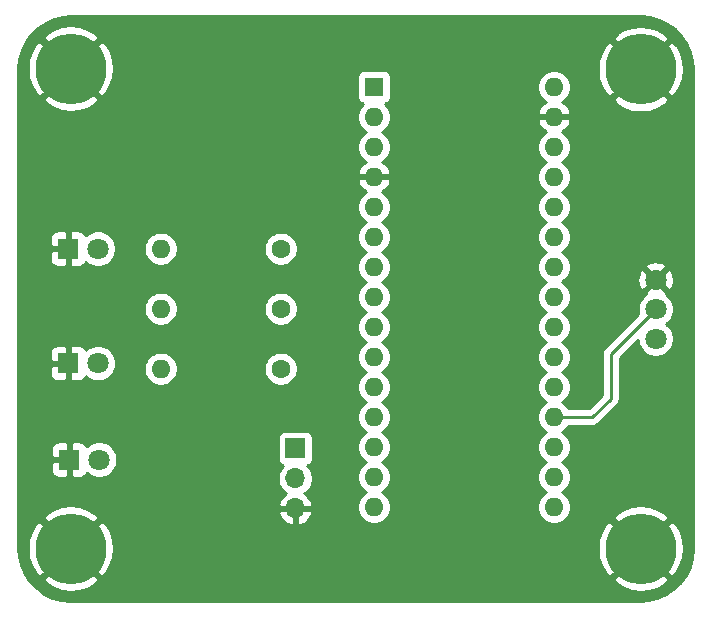
<source format=gbl>
%TF.GenerationSoftware,KiCad,Pcbnew,(5.1.10)-1*%
%TF.CreationDate,2021-10-01T12:37:46-07:00*%
%TF.ProjectId,BumbasiRylan_ElectronicSpeedController,42756d62-6173-4695-9279-6c616e5f456c,rev?*%
%TF.SameCoordinates,Original*%
%TF.FileFunction,Copper,L2,Bot*%
%TF.FilePolarity,Positive*%
%FSLAX46Y46*%
G04 Gerber Fmt 4.6, Leading zero omitted, Abs format (unit mm)*
G04 Created by KiCad (PCBNEW (5.1.10)-1) date 2021-10-01 12:37:46*
%MOMM*%
%LPD*%
G01*
G04 APERTURE LIST*
%TA.AperFunction,ComponentPad*%
%ADD10C,0.800000*%
%TD*%
%TA.AperFunction,ComponentPad*%
%ADD11C,6.000000*%
%TD*%
%TA.AperFunction,ComponentPad*%
%ADD12O,1.600000X1.600000*%
%TD*%
%TA.AperFunction,ComponentPad*%
%ADD13C,1.600000*%
%TD*%
%TA.AperFunction,ComponentPad*%
%ADD14C,1.800000*%
%TD*%
%TA.AperFunction,ComponentPad*%
%ADD15R,1.800000X1.800000*%
%TD*%
%TA.AperFunction,ComponentPad*%
%ADD16R,1.600000X1.600000*%
%TD*%
%TA.AperFunction,ComponentPad*%
%ADD17O,1.700000X1.700000*%
%TD*%
%TA.AperFunction,ComponentPad*%
%ADD18R,1.700000X1.700000*%
%TD*%
%TA.AperFunction,Conductor*%
%ADD19C,0.250000*%
%TD*%
%TA.AperFunction,Conductor*%
%ADD20C,0.254000*%
%TD*%
%TA.AperFunction,Conductor*%
%ADD21C,0.100000*%
%TD*%
G04 APERTURE END LIST*
D10*
%TO.P,H4,1*%
%TO.N,GND*%
X159070990Y-79746010D03*
X157480000Y-79087000D03*
X155889010Y-79746010D03*
X155230000Y-81337000D03*
X155889010Y-82927990D03*
X157480000Y-83587000D03*
X159070990Y-82927990D03*
X159730000Y-81337000D03*
D11*
X157480000Y-81337000D03*
%TD*%
D10*
%TO.P,H3,1*%
%TO.N,GND*%
X110810990Y-79689010D03*
X109220000Y-79030000D03*
X107629010Y-79689010D03*
X106970000Y-81280000D03*
X107629010Y-82870990D03*
X109220000Y-83530000D03*
X110810990Y-82870990D03*
X111470000Y-81280000D03*
D11*
X109220000Y-81280000D03*
%TD*%
D10*
%TO.P,H2,1*%
%TO.N,GND*%
X110810990Y-120329010D03*
X109220000Y-119670000D03*
X107629010Y-120329010D03*
X106970000Y-121920000D03*
X107629010Y-123510990D03*
X109220000Y-124170000D03*
X110810990Y-123510990D03*
X111470000Y-121920000D03*
D11*
X109220000Y-121920000D03*
%TD*%
D10*
%TO.P,H1,1*%
%TO.N,GND*%
X159070990Y-120329010D03*
X157480000Y-119670000D03*
X155889010Y-120329010D03*
X155230000Y-121920000D03*
X155889010Y-123510990D03*
X157480000Y-124170000D03*
X159070990Y-123510990D03*
X159730000Y-121920000D03*
D11*
X157480000Y-121920000D03*
%TD*%
D12*
%TO.P,R3,2*%
%TO.N,Net-(LED3-Pad2)*%
X116840000Y-106680000D03*
D13*
%TO.P,R3,1*%
%TO.N,/D4*%
X127000000Y-106680000D03*
%TD*%
D12*
%TO.P,R2,2*%
%TO.N,Net-(LED2-Pad2)*%
X116840000Y-101600000D03*
D13*
%TO.P,R2,1*%
%TO.N,/D3*%
X127000000Y-101600000D03*
%TD*%
D12*
%TO.P,R1,2*%
%TO.N,Net-(LED1-Pad2)*%
X116840000Y-96520000D03*
D13*
%TO.P,R1,1*%
%TO.N,/D2*%
X127000000Y-96520000D03*
%TD*%
D14*
%TO.P,LED3,2*%
%TO.N,Net-(LED3-Pad2)*%
X111640000Y-114380000D03*
D15*
%TO.P,LED3,1*%
%TO.N,GND*%
X109100000Y-114380000D03*
%TD*%
D14*
%TO.P,LED2,2*%
%TO.N,Net-(LED2-Pad2)*%
X111540000Y-106220000D03*
D15*
%TO.P,LED2,1*%
%TO.N,GND*%
X109000000Y-106220000D03*
%TD*%
D14*
%TO.P,LED1,2*%
%TO.N,Net-(LED1-Pad2)*%
X111540000Y-96520000D03*
D15*
%TO.P,LED1,1*%
%TO.N,GND*%
X109000000Y-96520000D03*
%TD*%
D12*
%TO.P,ArduinoNano1,16*%
%TO.N,N/C*%
X150145001Y-118385001D03*
%TO.P,ArduinoNano1,15*%
X134905001Y-118385001D03*
%TO.P,ArduinoNano1,30*%
X150145001Y-82825001D03*
%TO.P,ArduinoNano1,14*%
X134905001Y-115845001D03*
%TO.P,ArduinoNano1,29*%
%TO.N,GND*%
X150145001Y-85365001D03*
%TO.P,ArduinoNano1,13*%
%TO.N,/D10(PWM)*%
X134905001Y-113305001D03*
%TO.P,ArduinoNano1,28*%
%TO.N,N/C*%
X150145001Y-87905001D03*
%TO.P,ArduinoNano1,12*%
X134905001Y-110765001D03*
%TO.P,ArduinoNano1,27*%
%TO.N,/5V*%
X150145001Y-90445001D03*
%TO.P,ArduinoNano1,11*%
%TO.N,N/C*%
X134905001Y-108225001D03*
%TO.P,ArduinoNano1,26*%
X150145001Y-92985001D03*
%TO.P,ArduinoNano1,10*%
X134905001Y-105685001D03*
%TO.P,ArduinoNano1,25*%
X150145001Y-95525001D03*
%TO.P,ArduinoNano1,9*%
X134905001Y-103145001D03*
%TO.P,ArduinoNano1,24*%
X150145001Y-98065001D03*
%TO.P,ArduinoNano1,8*%
X134905001Y-100605001D03*
%TO.P,ArduinoNano1,23*%
X150145001Y-100605001D03*
%TO.P,ArduinoNano1,7*%
%TO.N,/D4*%
X134905001Y-98065001D03*
%TO.P,ArduinoNano1,22*%
%TO.N,N/C*%
X150145001Y-103145001D03*
%TO.P,ArduinoNano1,6*%
%TO.N,/D3*%
X134905001Y-95525001D03*
%TO.P,ArduinoNano1,21*%
%TO.N,N/C*%
X150145001Y-105685001D03*
%TO.P,ArduinoNano1,5*%
%TO.N,/D2*%
X134905001Y-92985001D03*
%TO.P,ArduinoNano1,20*%
%TO.N,N/C*%
X150145001Y-108225001D03*
%TO.P,ArduinoNano1,4*%
%TO.N,GND*%
X134905001Y-90445001D03*
%TO.P,ArduinoNano1,19*%
%TO.N,/A0*%
X150145001Y-110765001D03*
%TO.P,ArduinoNano1,3*%
%TO.N,N/C*%
X134905001Y-87905001D03*
%TO.P,ArduinoNano1,18*%
X150145001Y-113305001D03*
%TO.P,ArduinoNano1,2*%
X134905001Y-85365001D03*
%TO.P,ArduinoNano1,17*%
X150145001Y-115845001D03*
D16*
%TO.P,ArduinoNano1,1*%
X134905001Y-82825001D03*
%TD*%
D17*
%TO.P,ESC1,3*%
%TO.N,GND*%
X128244600Y-118516400D03*
%TO.P,ESC1,2*%
%TO.N,N/C*%
X128244600Y-115976400D03*
D18*
%TO.P,ESC1,1*%
%TO.N,/D10(PWM)*%
X128244600Y-113436400D03*
%TD*%
D14*
%TO.P,POT1,1*%
%TO.N,/5V*%
X158750000Y-104140000D03*
%TO.P,POT1,2*%
%TO.N,/A0*%
X158750000Y-101640000D03*
%TO.P,POT1,3*%
%TO.N,GND*%
X158750000Y-99140000D03*
%TD*%
D19*
%TO.N,/A0*%
X154940000Y-109220000D02*
X153394999Y-110765001D01*
X153394999Y-110765001D02*
X150145001Y-110765001D01*
X154940000Y-105450000D02*
X154940000Y-109220000D01*
X158750000Y-101640000D02*
X154940000Y-105450000D01*
%TD*%
D20*
%TO.N,GND*%
X158262249Y-76932437D02*
X159019774Y-77139672D01*
X159728625Y-77477777D01*
X160366404Y-77936067D01*
X160912946Y-78500055D01*
X161350977Y-79151913D01*
X161666651Y-79871038D01*
X161851206Y-80639768D01*
X161900000Y-81304207D01*
X161900001Y-121890597D01*
X161827563Y-122702249D01*
X161620328Y-123459774D01*
X161282221Y-124168627D01*
X160823928Y-124806410D01*
X160259945Y-125352946D01*
X159608085Y-125790978D01*
X158888963Y-126106651D01*
X158120232Y-126291206D01*
X157455792Y-126340000D01*
X109249392Y-126340000D01*
X108437751Y-126267563D01*
X107680226Y-126060328D01*
X106971373Y-125722221D01*
X106333590Y-125263928D01*
X105787054Y-124699945D01*
X105638375Y-124478686D01*
X106840919Y-124478686D01*
X107177106Y-124947868D01*
X107807068Y-125288237D01*
X108491327Y-125499166D01*
X109203589Y-125572550D01*
X109916482Y-125505569D01*
X110602609Y-125300796D01*
X111235603Y-124966102D01*
X111262894Y-124947868D01*
X111599081Y-124478686D01*
X155100919Y-124478686D01*
X155437106Y-124947868D01*
X156067068Y-125288237D01*
X156751327Y-125499166D01*
X157463589Y-125572550D01*
X158176482Y-125505569D01*
X158862609Y-125300796D01*
X159495603Y-124966102D01*
X159522894Y-124947868D01*
X159859081Y-124478686D01*
X157480000Y-122099605D01*
X155100919Y-124478686D01*
X111599081Y-124478686D01*
X109220000Y-122099605D01*
X106840919Y-124478686D01*
X105638375Y-124478686D01*
X105349022Y-124048085D01*
X105033349Y-123328963D01*
X104848794Y-122560232D01*
X104800573Y-121903589D01*
X105567450Y-121903589D01*
X105634431Y-122616482D01*
X105839204Y-123302609D01*
X106173898Y-123935603D01*
X106192132Y-123962894D01*
X106661314Y-124299081D01*
X109040395Y-121920000D01*
X109399605Y-121920000D01*
X111778686Y-124299081D01*
X112247868Y-123962894D01*
X112588237Y-123332932D01*
X112799166Y-122648673D01*
X112872550Y-121936411D01*
X112869467Y-121903589D01*
X153827450Y-121903589D01*
X153894431Y-122616482D01*
X154099204Y-123302609D01*
X154433898Y-123935603D01*
X154452132Y-123962894D01*
X154921314Y-124299081D01*
X157300395Y-121920000D01*
X157659605Y-121920000D01*
X160038686Y-124299081D01*
X160507868Y-123962894D01*
X160848237Y-123332932D01*
X161059166Y-122648673D01*
X161132550Y-121936411D01*
X161065569Y-121223518D01*
X160860796Y-120537391D01*
X160526102Y-119904397D01*
X160507868Y-119877106D01*
X160038686Y-119540919D01*
X157659605Y-121920000D01*
X157300395Y-121920000D01*
X154921314Y-119540919D01*
X154452132Y-119877106D01*
X154111763Y-120507068D01*
X153900834Y-121191327D01*
X153827450Y-121903589D01*
X112869467Y-121903589D01*
X112805569Y-121223518D01*
X112600796Y-120537391D01*
X112266102Y-119904397D01*
X112247868Y-119877106D01*
X111778686Y-119540919D01*
X109399605Y-121920000D01*
X109040395Y-121920000D01*
X106661314Y-119540919D01*
X106192132Y-119877106D01*
X105851763Y-120507068D01*
X105640834Y-121191327D01*
X105567450Y-121903589D01*
X104800573Y-121903589D01*
X104800000Y-121895792D01*
X104800000Y-119361314D01*
X106840919Y-119361314D01*
X109220000Y-121740395D01*
X111599081Y-119361314D01*
X111262894Y-118892132D01*
X111228021Y-118873290D01*
X126803124Y-118873290D01*
X126847775Y-119020499D01*
X126972959Y-119283320D01*
X127147012Y-119516669D01*
X127363245Y-119711578D01*
X127613348Y-119860557D01*
X127887709Y-119957881D01*
X128117600Y-119837214D01*
X128117600Y-118643400D01*
X128371600Y-118643400D01*
X128371600Y-119837214D01*
X128601491Y-119957881D01*
X128875852Y-119860557D01*
X129125955Y-119711578D01*
X129342188Y-119516669D01*
X129516241Y-119283320D01*
X129641425Y-119020499D01*
X129686076Y-118873290D01*
X129564755Y-118643400D01*
X128371600Y-118643400D01*
X128117600Y-118643400D01*
X126924445Y-118643400D01*
X126803124Y-118873290D01*
X111228021Y-118873290D01*
X110632932Y-118551763D01*
X109948673Y-118340834D01*
X109236411Y-118267450D01*
X108523518Y-118334431D01*
X107837391Y-118539204D01*
X107204397Y-118873898D01*
X107177106Y-118892132D01*
X106840919Y-119361314D01*
X104800000Y-119361314D01*
X104800000Y-115280000D01*
X107561928Y-115280000D01*
X107574188Y-115404482D01*
X107610498Y-115524180D01*
X107669463Y-115634494D01*
X107748815Y-115731185D01*
X107845506Y-115810537D01*
X107955820Y-115869502D01*
X108075518Y-115905812D01*
X108200000Y-115918072D01*
X108814250Y-115915000D01*
X108973000Y-115756250D01*
X108973000Y-114507000D01*
X107723750Y-114507000D01*
X107565000Y-114665750D01*
X107561928Y-115280000D01*
X104800000Y-115280000D01*
X104800000Y-113480000D01*
X107561928Y-113480000D01*
X107565000Y-114094250D01*
X107723750Y-114253000D01*
X108973000Y-114253000D01*
X108973000Y-113003750D01*
X109227000Y-113003750D01*
X109227000Y-114253000D01*
X109247000Y-114253000D01*
X109247000Y-114507000D01*
X109227000Y-114507000D01*
X109227000Y-115756250D01*
X109385750Y-115915000D01*
X110000000Y-115918072D01*
X110124482Y-115905812D01*
X110244180Y-115869502D01*
X110354494Y-115810537D01*
X110451185Y-115731185D01*
X110530537Y-115634494D01*
X110589502Y-115524180D01*
X110595056Y-115505873D01*
X110661495Y-115572312D01*
X110912905Y-115740299D01*
X111192257Y-115856011D01*
X111488816Y-115915000D01*
X111791184Y-115915000D01*
X112087743Y-115856011D01*
X112367095Y-115740299D01*
X112618505Y-115572312D01*
X112832312Y-115358505D01*
X113000299Y-115107095D01*
X113116011Y-114827743D01*
X113175000Y-114531184D01*
X113175000Y-114228816D01*
X113116011Y-113932257D01*
X113000299Y-113652905D01*
X112832312Y-113401495D01*
X112618505Y-113187688D01*
X112367095Y-113019701D01*
X112087743Y-112903989D01*
X111791184Y-112845000D01*
X111488816Y-112845000D01*
X111192257Y-112903989D01*
X110912905Y-113019701D01*
X110661495Y-113187688D01*
X110595056Y-113254127D01*
X110589502Y-113235820D01*
X110530537Y-113125506D01*
X110451185Y-113028815D01*
X110354494Y-112949463D01*
X110244180Y-112890498D01*
X110124482Y-112854188D01*
X110000000Y-112841928D01*
X109385750Y-112845000D01*
X109227000Y-113003750D01*
X108973000Y-113003750D01*
X108814250Y-112845000D01*
X108200000Y-112841928D01*
X108075518Y-112854188D01*
X107955820Y-112890498D01*
X107845506Y-112949463D01*
X107748815Y-113028815D01*
X107669463Y-113125506D01*
X107610498Y-113235820D01*
X107574188Y-113355518D01*
X107561928Y-113480000D01*
X104800000Y-113480000D01*
X104800000Y-112586400D01*
X126756528Y-112586400D01*
X126756528Y-114286400D01*
X126768788Y-114410882D01*
X126805098Y-114530580D01*
X126864063Y-114640894D01*
X126943415Y-114737585D01*
X127040106Y-114816937D01*
X127150420Y-114875902D01*
X127222980Y-114897913D01*
X127091125Y-115029768D01*
X126928610Y-115272989D01*
X126816668Y-115543242D01*
X126759600Y-115830140D01*
X126759600Y-116122660D01*
X126816668Y-116409558D01*
X126928610Y-116679811D01*
X127091125Y-116923032D01*
X127297968Y-117129875D01*
X127480134Y-117251595D01*
X127363245Y-117321222D01*
X127147012Y-117516131D01*
X126972959Y-117749480D01*
X126847775Y-118012301D01*
X126803124Y-118159510D01*
X126924445Y-118389400D01*
X128117600Y-118389400D01*
X128117600Y-118369400D01*
X128371600Y-118369400D01*
X128371600Y-118389400D01*
X129564755Y-118389400D01*
X129686076Y-118159510D01*
X129641425Y-118012301D01*
X129516241Y-117749480D01*
X129342188Y-117516131D01*
X129125955Y-117321222D01*
X129009066Y-117251595D01*
X129191232Y-117129875D01*
X129398075Y-116923032D01*
X129560590Y-116679811D01*
X129672532Y-116409558D01*
X129729600Y-116122660D01*
X129729600Y-115830140D01*
X129672532Y-115543242D01*
X129560590Y-115272989D01*
X129398075Y-115029768D01*
X129266220Y-114897913D01*
X129338780Y-114875902D01*
X129449094Y-114816937D01*
X129545785Y-114737585D01*
X129625137Y-114640894D01*
X129684102Y-114530580D01*
X129720412Y-114410882D01*
X129732672Y-114286400D01*
X129732672Y-112586400D01*
X129720412Y-112461918D01*
X129684102Y-112342220D01*
X129625137Y-112231906D01*
X129545785Y-112135215D01*
X129449094Y-112055863D01*
X129338780Y-111996898D01*
X129219082Y-111960588D01*
X129094600Y-111948328D01*
X127394600Y-111948328D01*
X127270118Y-111960588D01*
X127150420Y-111996898D01*
X127040106Y-112055863D01*
X126943415Y-112135215D01*
X126864063Y-112231906D01*
X126805098Y-112342220D01*
X126768788Y-112461918D01*
X126756528Y-112586400D01*
X104800000Y-112586400D01*
X104800000Y-107120000D01*
X107461928Y-107120000D01*
X107474188Y-107244482D01*
X107510498Y-107364180D01*
X107569463Y-107474494D01*
X107648815Y-107571185D01*
X107745506Y-107650537D01*
X107855820Y-107709502D01*
X107975518Y-107745812D01*
X108100000Y-107758072D01*
X108714250Y-107755000D01*
X108873000Y-107596250D01*
X108873000Y-106347000D01*
X107623750Y-106347000D01*
X107465000Y-106505750D01*
X107461928Y-107120000D01*
X104800000Y-107120000D01*
X104800000Y-105320000D01*
X107461928Y-105320000D01*
X107465000Y-105934250D01*
X107623750Y-106093000D01*
X108873000Y-106093000D01*
X108873000Y-104843750D01*
X109127000Y-104843750D01*
X109127000Y-106093000D01*
X109147000Y-106093000D01*
X109147000Y-106347000D01*
X109127000Y-106347000D01*
X109127000Y-107596250D01*
X109285750Y-107755000D01*
X109900000Y-107758072D01*
X110024482Y-107745812D01*
X110144180Y-107709502D01*
X110254494Y-107650537D01*
X110351185Y-107571185D01*
X110430537Y-107474494D01*
X110489502Y-107364180D01*
X110495056Y-107345873D01*
X110561495Y-107412312D01*
X110812905Y-107580299D01*
X111092257Y-107696011D01*
X111388816Y-107755000D01*
X111691184Y-107755000D01*
X111987743Y-107696011D01*
X112267095Y-107580299D01*
X112518505Y-107412312D01*
X112732312Y-107198505D01*
X112900299Y-106947095D01*
X113016011Y-106667743D01*
X113041686Y-106538665D01*
X115405000Y-106538665D01*
X115405000Y-106821335D01*
X115460147Y-107098574D01*
X115568320Y-107359727D01*
X115725363Y-107594759D01*
X115925241Y-107794637D01*
X116160273Y-107951680D01*
X116421426Y-108059853D01*
X116698665Y-108115000D01*
X116981335Y-108115000D01*
X117258574Y-108059853D01*
X117519727Y-107951680D01*
X117754759Y-107794637D01*
X117954637Y-107594759D01*
X118111680Y-107359727D01*
X118219853Y-107098574D01*
X118275000Y-106821335D01*
X118275000Y-106538665D01*
X125565000Y-106538665D01*
X125565000Y-106821335D01*
X125620147Y-107098574D01*
X125728320Y-107359727D01*
X125885363Y-107594759D01*
X126085241Y-107794637D01*
X126320273Y-107951680D01*
X126581426Y-108059853D01*
X126858665Y-108115000D01*
X127141335Y-108115000D01*
X127418574Y-108059853D01*
X127679727Y-107951680D01*
X127914759Y-107794637D01*
X128114637Y-107594759D01*
X128271680Y-107359727D01*
X128379853Y-107098574D01*
X128435000Y-106821335D01*
X128435000Y-106538665D01*
X128379853Y-106261426D01*
X128271680Y-106000273D01*
X128114637Y-105765241D01*
X127914759Y-105565363D01*
X127679727Y-105408320D01*
X127418574Y-105300147D01*
X127141335Y-105245000D01*
X126858665Y-105245000D01*
X126581426Y-105300147D01*
X126320273Y-105408320D01*
X126085241Y-105565363D01*
X125885363Y-105765241D01*
X125728320Y-106000273D01*
X125620147Y-106261426D01*
X125565000Y-106538665D01*
X118275000Y-106538665D01*
X118219853Y-106261426D01*
X118111680Y-106000273D01*
X117954637Y-105765241D01*
X117754759Y-105565363D01*
X117519727Y-105408320D01*
X117258574Y-105300147D01*
X116981335Y-105245000D01*
X116698665Y-105245000D01*
X116421426Y-105300147D01*
X116160273Y-105408320D01*
X115925241Y-105565363D01*
X115725363Y-105765241D01*
X115568320Y-106000273D01*
X115460147Y-106261426D01*
X115405000Y-106538665D01*
X113041686Y-106538665D01*
X113075000Y-106371184D01*
X113075000Y-106068816D01*
X113016011Y-105772257D01*
X112900299Y-105492905D01*
X112732312Y-105241495D01*
X112518505Y-105027688D01*
X112267095Y-104859701D01*
X111987743Y-104743989D01*
X111691184Y-104685000D01*
X111388816Y-104685000D01*
X111092257Y-104743989D01*
X110812905Y-104859701D01*
X110561495Y-105027688D01*
X110495056Y-105094127D01*
X110489502Y-105075820D01*
X110430537Y-104965506D01*
X110351185Y-104868815D01*
X110254494Y-104789463D01*
X110144180Y-104730498D01*
X110024482Y-104694188D01*
X109900000Y-104681928D01*
X109285750Y-104685000D01*
X109127000Y-104843750D01*
X108873000Y-104843750D01*
X108714250Y-104685000D01*
X108100000Y-104681928D01*
X107975518Y-104694188D01*
X107855820Y-104730498D01*
X107745506Y-104789463D01*
X107648815Y-104868815D01*
X107569463Y-104965506D01*
X107510498Y-105075820D01*
X107474188Y-105195518D01*
X107461928Y-105320000D01*
X104800000Y-105320000D01*
X104800000Y-101458665D01*
X115405000Y-101458665D01*
X115405000Y-101741335D01*
X115460147Y-102018574D01*
X115568320Y-102279727D01*
X115725363Y-102514759D01*
X115925241Y-102714637D01*
X116160273Y-102871680D01*
X116421426Y-102979853D01*
X116698665Y-103035000D01*
X116981335Y-103035000D01*
X117258574Y-102979853D01*
X117519727Y-102871680D01*
X117754759Y-102714637D01*
X117954637Y-102514759D01*
X118111680Y-102279727D01*
X118219853Y-102018574D01*
X118275000Y-101741335D01*
X118275000Y-101458665D01*
X125565000Y-101458665D01*
X125565000Y-101741335D01*
X125620147Y-102018574D01*
X125728320Y-102279727D01*
X125885363Y-102514759D01*
X126085241Y-102714637D01*
X126320273Y-102871680D01*
X126581426Y-102979853D01*
X126858665Y-103035000D01*
X127141335Y-103035000D01*
X127418574Y-102979853D01*
X127679727Y-102871680D01*
X127914759Y-102714637D01*
X128114637Y-102514759D01*
X128271680Y-102279727D01*
X128379853Y-102018574D01*
X128435000Y-101741335D01*
X128435000Y-101458665D01*
X128379853Y-101181426D01*
X128271680Y-100920273D01*
X128114637Y-100685241D01*
X127914759Y-100485363D01*
X127679727Y-100328320D01*
X127418574Y-100220147D01*
X127141335Y-100165000D01*
X126858665Y-100165000D01*
X126581426Y-100220147D01*
X126320273Y-100328320D01*
X126085241Y-100485363D01*
X125885363Y-100685241D01*
X125728320Y-100920273D01*
X125620147Y-101181426D01*
X125565000Y-101458665D01*
X118275000Y-101458665D01*
X118219853Y-101181426D01*
X118111680Y-100920273D01*
X117954637Y-100685241D01*
X117754759Y-100485363D01*
X117519727Y-100328320D01*
X117258574Y-100220147D01*
X116981335Y-100165000D01*
X116698665Y-100165000D01*
X116421426Y-100220147D01*
X116160273Y-100328320D01*
X115925241Y-100485363D01*
X115725363Y-100685241D01*
X115568320Y-100920273D01*
X115460147Y-101181426D01*
X115405000Y-101458665D01*
X104800000Y-101458665D01*
X104800000Y-97420000D01*
X107461928Y-97420000D01*
X107474188Y-97544482D01*
X107510498Y-97664180D01*
X107569463Y-97774494D01*
X107648815Y-97871185D01*
X107745506Y-97950537D01*
X107855820Y-98009502D01*
X107975518Y-98045812D01*
X108100000Y-98058072D01*
X108714250Y-98055000D01*
X108873000Y-97896250D01*
X108873000Y-96647000D01*
X107623750Y-96647000D01*
X107465000Y-96805750D01*
X107461928Y-97420000D01*
X104800000Y-97420000D01*
X104800000Y-95620000D01*
X107461928Y-95620000D01*
X107465000Y-96234250D01*
X107623750Y-96393000D01*
X108873000Y-96393000D01*
X108873000Y-95143750D01*
X109127000Y-95143750D01*
X109127000Y-96393000D01*
X109147000Y-96393000D01*
X109147000Y-96647000D01*
X109127000Y-96647000D01*
X109127000Y-97896250D01*
X109285750Y-98055000D01*
X109900000Y-98058072D01*
X110024482Y-98045812D01*
X110144180Y-98009502D01*
X110254494Y-97950537D01*
X110351185Y-97871185D01*
X110430537Y-97774494D01*
X110489502Y-97664180D01*
X110495056Y-97645873D01*
X110561495Y-97712312D01*
X110812905Y-97880299D01*
X111092257Y-97996011D01*
X111388816Y-98055000D01*
X111691184Y-98055000D01*
X111987743Y-97996011D01*
X112267095Y-97880299D01*
X112518505Y-97712312D01*
X112732312Y-97498505D01*
X112900299Y-97247095D01*
X113016011Y-96967743D01*
X113075000Y-96671184D01*
X113075000Y-96378665D01*
X115405000Y-96378665D01*
X115405000Y-96661335D01*
X115460147Y-96938574D01*
X115568320Y-97199727D01*
X115725363Y-97434759D01*
X115925241Y-97634637D01*
X116160273Y-97791680D01*
X116421426Y-97899853D01*
X116698665Y-97955000D01*
X116981335Y-97955000D01*
X117258574Y-97899853D01*
X117519727Y-97791680D01*
X117754759Y-97634637D01*
X117954637Y-97434759D01*
X118111680Y-97199727D01*
X118219853Y-96938574D01*
X118275000Y-96661335D01*
X118275000Y-96378665D01*
X125565000Y-96378665D01*
X125565000Y-96661335D01*
X125620147Y-96938574D01*
X125728320Y-97199727D01*
X125885363Y-97434759D01*
X126085241Y-97634637D01*
X126320273Y-97791680D01*
X126581426Y-97899853D01*
X126858665Y-97955000D01*
X127141335Y-97955000D01*
X127418574Y-97899853D01*
X127679727Y-97791680D01*
X127914759Y-97634637D01*
X128114637Y-97434759D01*
X128271680Y-97199727D01*
X128379853Y-96938574D01*
X128435000Y-96661335D01*
X128435000Y-96378665D01*
X128379853Y-96101426D01*
X128271680Y-95840273D01*
X128114637Y-95605241D01*
X127914759Y-95405363D01*
X127679727Y-95248320D01*
X127418574Y-95140147D01*
X127141335Y-95085000D01*
X126858665Y-95085000D01*
X126581426Y-95140147D01*
X126320273Y-95248320D01*
X126085241Y-95405363D01*
X125885363Y-95605241D01*
X125728320Y-95840273D01*
X125620147Y-96101426D01*
X125565000Y-96378665D01*
X118275000Y-96378665D01*
X118219853Y-96101426D01*
X118111680Y-95840273D01*
X117954637Y-95605241D01*
X117754759Y-95405363D01*
X117519727Y-95248320D01*
X117258574Y-95140147D01*
X116981335Y-95085000D01*
X116698665Y-95085000D01*
X116421426Y-95140147D01*
X116160273Y-95248320D01*
X115925241Y-95405363D01*
X115725363Y-95605241D01*
X115568320Y-95840273D01*
X115460147Y-96101426D01*
X115405000Y-96378665D01*
X113075000Y-96378665D01*
X113075000Y-96368816D01*
X113016011Y-96072257D01*
X112900299Y-95792905D01*
X112732312Y-95541495D01*
X112518505Y-95327688D01*
X112267095Y-95159701D01*
X111987743Y-95043989D01*
X111691184Y-94985000D01*
X111388816Y-94985000D01*
X111092257Y-95043989D01*
X110812905Y-95159701D01*
X110561495Y-95327688D01*
X110495056Y-95394127D01*
X110489502Y-95375820D01*
X110430537Y-95265506D01*
X110351185Y-95168815D01*
X110254494Y-95089463D01*
X110144180Y-95030498D01*
X110024482Y-94994188D01*
X109900000Y-94981928D01*
X109285750Y-94985000D01*
X109127000Y-95143750D01*
X108873000Y-95143750D01*
X108714250Y-94985000D01*
X108100000Y-94981928D01*
X107975518Y-94994188D01*
X107855820Y-95030498D01*
X107745506Y-95089463D01*
X107648815Y-95168815D01*
X107569463Y-95265506D01*
X107510498Y-95375820D01*
X107474188Y-95495518D01*
X107461928Y-95620000D01*
X104800000Y-95620000D01*
X104800000Y-92843666D01*
X133470001Y-92843666D01*
X133470001Y-93126336D01*
X133525148Y-93403575D01*
X133633321Y-93664728D01*
X133790364Y-93899760D01*
X133990242Y-94099638D01*
X134222760Y-94255001D01*
X133990242Y-94410364D01*
X133790364Y-94610242D01*
X133633321Y-94845274D01*
X133525148Y-95106427D01*
X133470001Y-95383666D01*
X133470001Y-95666336D01*
X133525148Y-95943575D01*
X133633321Y-96204728D01*
X133790364Y-96439760D01*
X133990242Y-96639638D01*
X134222760Y-96795001D01*
X133990242Y-96950364D01*
X133790364Y-97150242D01*
X133633321Y-97385274D01*
X133525148Y-97646427D01*
X133470001Y-97923666D01*
X133470001Y-98206336D01*
X133525148Y-98483575D01*
X133633321Y-98744728D01*
X133790364Y-98979760D01*
X133990242Y-99179638D01*
X134222760Y-99335001D01*
X133990242Y-99490364D01*
X133790364Y-99690242D01*
X133633321Y-99925274D01*
X133525148Y-100186427D01*
X133470001Y-100463666D01*
X133470001Y-100746336D01*
X133525148Y-101023575D01*
X133633321Y-101284728D01*
X133790364Y-101519760D01*
X133990242Y-101719638D01*
X134222760Y-101875001D01*
X133990242Y-102030364D01*
X133790364Y-102230242D01*
X133633321Y-102465274D01*
X133525148Y-102726427D01*
X133470001Y-103003666D01*
X133470001Y-103286336D01*
X133525148Y-103563575D01*
X133633321Y-103824728D01*
X133790364Y-104059760D01*
X133990242Y-104259638D01*
X134222760Y-104415001D01*
X133990242Y-104570364D01*
X133790364Y-104770242D01*
X133633321Y-105005274D01*
X133525148Y-105266427D01*
X133470001Y-105543666D01*
X133470001Y-105826336D01*
X133525148Y-106103575D01*
X133633321Y-106364728D01*
X133790364Y-106599760D01*
X133990242Y-106799638D01*
X134222760Y-106955001D01*
X133990242Y-107110364D01*
X133790364Y-107310242D01*
X133633321Y-107545274D01*
X133525148Y-107806427D01*
X133470001Y-108083666D01*
X133470001Y-108366336D01*
X133525148Y-108643575D01*
X133633321Y-108904728D01*
X133790364Y-109139760D01*
X133990242Y-109339638D01*
X134222760Y-109495001D01*
X133990242Y-109650364D01*
X133790364Y-109850242D01*
X133633321Y-110085274D01*
X133525148Y-110346427D01*
X133470001Y-110623666D01*
X133470001Y-110906336D01*
X133525148Y-111183575D01*
X133633321Y-111444728D01*
X133790364Y-111679760D01*
X133990242Y-111879638D01*
X134222760Y-112035001D01*
X133990242Y-112190364D01*
X133790364Y-112390242D01*
X133633321Y-112625274D01*
X133525148Y-112886427D01*
X133470001Y-113163666D01*
X133470001Y-113446336D01*
X133525148Y-113723575D01*
X133633321Y-113984728D01*
X133790364Y-114219760D01*
X133990242Y-114419638D01*
X134222760Y-114575001D01*
X133990242Y-114730364D01*
X133790364Y-114930242D01*
X133633321Y-115165274D01*
X133525148Y-115426427D01*
X133470001Y-115703666D01*
X133470001Y-115986336D01*
X133525148Y-116263575D01*
X133633321Y-116524728D01*
X133790364Y-116759760D01*
X133990242Y-116959638D01*
X134222760Y-117115001D01*
X133990242Y-117270364D01*
X133790364Y-117470242D01*
X133633321Y-117705274D01*
X133525148Y-117966427D01*
X133470001Y-118243666D01*
X133470001Y-118526336D01*
X133525148Y-118803575D01*
X133633321Y-119064728D01*
X133790364Y-119299760D01*
X133990242Y-119499638D01*
X134225274Y-119656681D01*
X134486427Y-119764854D01*
X134763666Y-119820001D01*
X135046336Y-119820001D01*
X135323575Y-119764854D01*
X135584728Y-119656681D01*
X135819760Y-119499638D01*
X136019638Y-119299760D01*
X136176681Y-119064728D01*
X136284854Y-118803575D01*
X136340001Y-118526336D01*
X136340001Y-118243666D01*
X136284854Y-117966427D01*
X136176681Y-117705274D01*
X136019638Y-117470242D01*
X135819760Y-117270364D01*
X135587242Y-117115001D01*
X135819760Y-116959638D01*
X136019638Y-116759760D01*
X136176681Y-116524728D01*
X136284854Y-116263575D01*
X136340001Y-115986336D01*
X136340001Y-115703666D01*
X136284854Y-115426427D01*
X136176681Y-115165274D01*
X136019638Y-114930242D01*
X135819760Y-114730364D01*
X135587242Y-114575001D01*
X135819760Y-114419638D01*
X136019638Y-114219760D01*
X136176681Y-113984728D01*
X136284854Y-113723575D01*
X136340001Y-113446336D01*
X136340001Y-113163666D01*
X136284854Y-112886427D01*
X136176681Y-112625274D01*
X136019638Y-112390242D01*
X135819760Y-112190364D01*
X135587242Y-112035001D01*
X135819760Y-111879638D01*
X136019638Y-111679760D01*
X136176681Y-111444728D01*
X136284854Y-111183575D01*
X136340001Y-110906336D01*
X136340001Y-110623666D01*
X136284854Y-110346427D01*
X136176681Y-110085274D01*
X136019638Y-109850242D01*
X135819760Y-109650364D01*
X135587242Y-109495001D01*
X135819760Y-109339638D01*
X136019638Y-109139760D01*
X136176681Y-108904728D01*
X136284854Y-108643575D01*
X136340001Y-108366336D01*
X136340001Y-108083666D01*
X136284854Y-107806427D01*
X136176681Y-107545274D01*
X136019638Y-107310242D01*
X135819760Y-107110364D01*
X135587242Y-106955001D01*
X135819760Y-106799638D01*
X136019638Y-106599760D01*
X136176681Y-106364728D01*
X136284854Y-106103575D01*
X136340001Y-105826336D01*
X136340001Y-105543666D01*
X136284854Y-105266427D01*
X136176681Y-105005274D01*
X136019638Y-104770242D01*
X135819760Y-104570364D01*
X135587242Y-104415001D01*
X135819760Y-104259638D01*
X136019638Y-104059760D01*
X136176681Y-103824728D01*
X136284854Y-103563575D01*
X136340001Y-103286336D01*
X136340001Y-103003666D01*
X136284854Y-102726427D01*
X136176681Y-102465274D01*
X136019638Y-102230242D01*
X135819760Y-102030364D01*
X135587242Y-101875001D01*
X135819760Y-101719638D01*
X136019638Y-101519760D01*
X136176681Y-101284728D01*
X136284854Y-101023575D01*
X136340001Y-100746336D01*
X136340001Y-100463666D01*
X136284854Y-100186427D01*
X136176681Y-99925274D01*
X136019638Y-99690242D01*
X135819760Y-99490364D01*
X135587242Y-99335001D01*
X135819760Y-99179638D01*
X136019638Y-98979760D01*
X136176681Y-98744728D01*
X136284854Y-98483575D01*
X136340001Y-98206336D01*
X136340001Y-97923666D01*
X136284854Y-97646427D01*
X136176681Y-97385274D01*
X136019638Y-97150242D01*
X135819760Y-96950364D01*
X135587242Y-96795001D01*
X135819760Y-96639638D01*
X136019638Y-96439760D01*
X136176681Y-96204728D01*
X136284854Y-95943575D01*
X136340001Y-95666336D01*
X136340001Y-95383666D01*
X136284854Y-95106427D01*
X136176681Y-94845274D01*
X136019638Y-94610242D01*
X135819760Y-94410364D01*
X135587242Y-94255001D01*
X135819760Y-94099638D01*
X136019638Y-93899760D01*
X136176681Y-93664728D01*
X136284854Y-93403575D01*
X136340001Y-93126336D01*
X136340001Y-92843666D01*
X136284854Y-92566427D01*
X136176681Y-92305274D01*
X136019638Y-92070242D01*
X135819760Y-91870364D01*
X135584728Y-91713321D01*
X135574136Y-91708934D01*
X135760132Y-91597386D01*
X135968520Y-91408415D01*
X136136038Y-91182421D01*
X136256247Y-90928088D01*
X136296905Y-90794040D01*
X136174916Y-90572001D01*
X135032001Y-90572001D01*
X135032001Y-90592001D01*
X134778001Y-90592001D01*
X134778001Y-90572001D01*
X133635086Y-90572001D01*
X133513097Y-90794040D01*
X133553755Y-90928088D01*
X133673964Y-91182421D01*
X133841482Y-91408415D01*
X134049870Y-91597386D01*
X134235866Y-91708934D01*
X134225274Y-91713321D01*
X133990242Y-91870364D01*
X133790364Y-92070242D01*
X133633321Y-92305274D01*
X133525148Y-92566427D01*
X133470001Y-92843666D01*
X104800000Y-92843666D01*
X104800000Y-83838686D01*
X106840919Y-83838686D01*
X107177106Y-84307868D01*
X107807068Y-84648237D01*
X108491327Y-84859166D01*
X109203589Y-84932550D01*
X109916482Y-84865569D01*
X110602609Y-84660796D01*
X111235603Y-84326102D01*
X111262894Y-84307868D01*
X111599081Y-83838686D01*
X109220000Y-81459605D01*
X106840919Y-83838686D01*
X104800000Y-83838686D01*
X104800000Y-81309392D01*
X104804087Y-81263589D01*
X105567450Y-81263589D01*
X105634431Y-81976482D01*
X105839204Y-82662609D01*
X106173898Y-83295603D01*
X106192132Y-83322894D01*
X106661314Y-83659081D01*
X109040395Y-81280000D01*
X109399605Y-81280000D01*
X111778686Y-83659081D01*
X112247868Y-83322894D01*
X112588237Y-82692932D01*
X112794132Y-82025001D01*
X133466929Y-82025001D01*
X133466929Y-83625001D01*
X133479189Y-83749483D01*
X133515499Y-83869181D01*
X133574464Y-83979495D01*
X133653816Y-84076186D01*
X133750507Y-84155538D01*
X133860821Y-84214503D01*
X133980519Y-84250813D01*
X133988962Y-84251644D01*
X133790364Y-84450242D01*
X133633321Y-84685274D01*
X133525148Y-84946427D01*
X133470001Y-85223666D01*
X133470001Y-85506336D01*
X133525148Y-85783575D01*
X133633321Y-86044728D01*
X133790364Y-86279760D01*
X133990242Y-86479638D01*
X134222760Y-86635001D01*
X133990242Y-86790364D01*
X133790364Y-86990242D01*
X133633321Y-87225274D01*
X133525148Y-87486427D01*
X133470001Y-87763666D01*
X133470001Y-88046336D01*
X133525148Y-88323575D01*
X133633321Y-88584728D01*
X133790364Y-88819760D01*
X133990242Y-89019638D01*
X134225274Y-89176681D01*
X134235866Y-89181068D01*
X134049870Y-89292616D01*
X133841482Y-89481587D01*
X133673964Y-89707581D01*
X133553755Y-89961914D01*
X133513097Y-90095962D01*
X133635086Y-90318001D01*
X134778001Y-90318001D01*
X134778001Y-90298001D01*
X135032001Y-90298001D01*
X135032001Y-90318001D01*
X136174916Y-90318001D01*
X136296905Y-90095962D01*
X136256247Y-89961914D01*
X136136038Y-89707581D01*
X135968520Y-89481587D01*
X135760132Y-89292616D01*
X135574136Y-89181068D01*
X135584728Y-89176681D01*
X135819760Y-89019638D01*
X136019638Y-88819760D01*
X136176681Y-88584728D01*
X136284854Y-88323575D01*
X136340001Y-88046336D01*
X136340001Y-87763666D01*
X148710001Y-87763666D01*
X148710001Y-88046336D01*
X148765148Y-88323575D01*
X148873321Y-88584728D01*
X149030364Y-88819760D01*
X149230242Y-89019638D01*
X149462760Y-89175001D01*
X149230242Y-89330364D01*
X149030364Y-89530242D01*
X148873321Y-89765274D01*
X148765148Y-90026427D01*
X148710001Y-90303666D01*
X148710001Y-90586336D01*
X148765148Y-90863575D01*
X148873321Y-91124728D01*
X149030364Y-91359760D01*
X149230242Y-91559638D01*
X149462760Y-91715001D01*
X149230242Y-91870364D01*
X149030364Y-92070242D01*
X148873321Y-92305274D01*
X148765148Y-92566427D01*
X148710001Y-92843666D01*
X148710001Y-93126336D01*
X148765148Y-93403575D01*
X148873321Y-93664728D01*
X149030364Y-93899760D01*
X149230242Y-94099638D01*
X149462760Y-94255001D01*
X149230242Y-94410364D01*
X149030364Y-94610242D01*
X148873321Y-94845274D01*
X148765148Y-95106427D01*
X148710001Y-95383666D01*
X148710001Y-95666336D01*
X148765148Y-95943575D01*
X148873321Y-96204728D01*
X149030364Y-96439760D01*
X149230242Y-96639638D01*
X149462760Y-96795001D01*
X149230242Y-96950364D01*
X149030364Y-97150242D01*
X148873321Y-97385274D01*
X148765148Y-97646427D01*
X148710001Y-97923666D01*
X148710001Y-98206336D01*
X148765148Y-98483575D01*
X148873321Y-98744728D01*
X149030364Y-98979760D01*
X149230242Y-99179638D01*
X149462760Y-99335001D01*
X149230242Y-99490364D01*
X149030364Y-99690242D01*
X148873321Y-99925274D01*
X148765148Y-100186427D01*
X148710001Y-100463666D01*
X148710001Y-100746336D01*
X148765148Y-101023575D01*
X148873321Y-101284728D01*
X149030364Y-101519760D01*
X149230242Y-101719638D01*
X149462760Y-101875001D01*
X149230242Y-102030364D01*
X149030364Y-102230242D01*
X148873321Y-102465274D01*
X148765148Y-102726427D01*
X148710001Y-103003666D01*
X148710001Y-103286336D01*
X148765148Y-103563575D01*
X148873321Y-103824728D01*
X149030364Y-104059760D01*
X149230242Y-104259638D01*
X149462760Y-104415001D01*
X149230242Y-104570364D01*
X149030364Y-104770242D01*
X148873321Y-105005274D01*
X148765148Y-105266427D01*
X148710001Y-105543666D01*
X148710001Y-105826336D01*
X148765148Y-106103575D01*
X148873321Y-106364728D01*
X149030364Y-106599760D01*
X149230242Y-106799638D01*
X149462760Y-106955001D01*
X149230242Y-107110364D01*
X149030364Y-107310242D01*
X148873321Y-107545274D01*
X148765148Y-107806427D01*
X148710001Y-108083666D01*
X148710001Y-108366336D01*
X148765148Y-108643575D01*
X148873321Y-108904728D01*
X149030364Y-109139760D01*
X149230242Y-109339638D01*
X149462760Y-109495001D01*
X149230242Y-109650364D01*
X149030364Y-109850242D01*
X148873321Y-110085274D01*
X148765148Y-110346427D01*
X148710001Y-110623666D01*
X148710001Y-110906336D01*
X148765148Y-111183575D01*
X148873321Y-111444728D01*
X149030364Y-111679760D01*
X149230242Y-111879638D01*
X149462760Y-112035001D01*
X149230242Y-112190364D01*
X149030364Y-112390242D01*
X148873321Y-112625274D01*
X148765148Y-112886427D01*
X148710001Y-113163666D01*
X148710001Y-113446336D01*
X148765148Y-113723575D01*
X148873321Y-113984728D01*
X149030364Y-114219760D01*
X149230242Y-114419638D01*
X149462760Y-114575001D01*
X149230242Y-114730364D01*
X149030364Y-114930242D01*
X148873321Y-115165274D01*
X148765148Y-115426427D01*
X148710001Y-115703666D01*
X148710001Y-115986336D01*
X148765148Y-116263575D01*
X148873321Y-116524728D01*
X149030364Y-116759760D01*
X149230242Y-116959638D01*
X149462760Y-117115001D01*
X149230242Y-117270364D01*
X149030364Y-117470242D01*
X148873321Y-117705274D01*
X148765148Y-117966427D01*
X148710001Y-118243666D01*
X148710001Y-118526336D01*
X148765148Y-118803575D01*
X148873321Y-119064728D01*
X149030364Y-119299760D01*
X149230242Y-119499638D01*
X149465274Y-119656681D01*
X149726427Y-119764854D01*
X150003666Y-119820001D01*
X150286336Y-119820001D01*
X150563575Y-119764854D01*
X150824728Y-119656681D01*
X151059760Y-119499638D01*
X151198084Y-119361314D01*
X155100919Y-119361314D01*
X157480000Y-121740395D01*
X159859081Y-119361314D01*
X159522894Y-118892132D01*
X158892932Y-118551763D01*
X158208673Y-118340834D01*
X157496411Y-118267450D01*
X156783518Y-118334431D01*
X156097391Y-118539204D01*
X155464397Y-118873898D01*
X155437106Y-118892132D01*
X155100919Y-119361314D01*
X151198084Y-119361314D01*
X151259638Y-119299760D01*
X151416681Y-119064728D01*
X151524854Y-118803575D01*
X151580001Y-118526336D01*
X151580001Y-118243666D01*
X151524854Y-117966427D01*
X151416681Y-117705274D01*
X151259638Y-117470242D01*
X151059760Y-117270364D01*
X150827242Y-117115001D01*
X151059760Y-116959638D01*
X151259638Y-116759760D01*
X151416681Y-116524728D01*
X151524854Y-116263575D01*
X151580001Y-115986336D01*
X151580001Y-115703666D01*
X151524854Y-115426427D01*
X151416681Y-115165274D01*
X151259638Y-114930242D01*
X151059760Y-114730364D01*
X150827242Y-114575001D01*
X151059760Y-114419638D01*
X151259638Y-114219760D01*
X151416681Y-113984728D01*
X151524854Y-113723575D01*
X151580001Y-113446336D01*
X151580001Y-113163666D01*
X151524854Y-112886427D01*
X151416681Y-112625274D01*
X151259638Y-112390242D01*
X151059760Y-112190364D01*
X150827242Y-112035001D01*
X151059760Y-111879638D01*
X151259638Y-111679760D01*
X151363044Y-111525001D01*
X153357677Y-111525001D01*
X153394999Y-111528677D01*
X153432321Y-111525001D01*
X153432332Y-111525001D01*
X153543985Y-111514004D01*
X153687246Y-111470547D01*
X153819275Y-111399975D01*
X153935000Y-111305002D01*
X153958803Y-111275998D01*
X155451003Y-109783799D01*
X155480001Y-109760001D01*
X155574974Y-109644276D01*
X155645546Y-109512247D01*
X155689003Y-109368986D01*
X155700000Y-109257333D01*
X155700000Y-109257324D01*
X155703676Y-109220001D01*
X155700000Y-109182678D01*
X155700000Y-105764801D01*
X157215000Y-104249801D01*
X157215000Y-104291184D01*
X157273989Y-104587743D01*
X157389701Y-104867095D01*
X157557688Y-105118505D01*
X157771495Y-105332312D01*
X158022905Y-105500299D01*
X158302257Y-105616011D01*
X158598816Y-105675000D01*
X158901184Y-105675000D01*
X159197743Y-105616011D01*
X159477095Y-105500299D01*
X159728505Y-105332312D01*
X159942312Y-105118505D01*
X160110299Y-104867095D01*
X160226011Y-104587743D01*
X160285000Y-104291184D01*
X160285000Y-103988816D01*
X160226011Y-103692257D01*
X160110299Y-103412905D01*
X159942312Y-103161495D01*
X159728505Y-102947688D01*
X159642169Y-102890000D01*
X159728505Y-102832312D01*
X159942312Y-102618505D01*
X160110299Y-102367095D01*
X160226011Y-102087743D01*
X160285000Y-101791184D01*
X160285000Y-101488816D01*
X160226011Y-101192257D01*
X160110299Y-100912905D01*
X159942312Y-100661495D01*
X159728505Y-100447688D01*
X159585690Y-100352262D01*
X159634475Y-100204080D01*
X158750000Y-99319605D01*
X157865525Y-100204080D01*
X157914310Y-100352262D01*
X157771495Y-100447688D01*
X157557688Y-100661495D01*
X157389701Y-100912905D01*
X157273989Y-101192257D01*
X157215000Y-101488816D01*
X157215000Y-101791184D01*
X157266269Y-102048930D01*
X154429003Y-104886196D01*
X154399999Y-104909999D01*
X154354446Y-104965506D01*
X154305026Y-105025724D01*
X154278249Y-105075820D01*
X154234454Y-105157754D01*
X154190997Y-105301015D01*
X154180000Y-105412668D01*
X154180000Y-105412678D01*
X154176324Y-105450000D01*
X154180000Y-105487323D01*
X154180001Y-108905197D01*
X153080198Y-110005001D01*
X151363044Y-110005001D01*
X151259638Y-109850242D01*
X151059760Y-109650364D01*
X150827242Y-109495001D01*
X151059760Y-109339638D01*
X151259638Y-109139760D01*
X151416681Y-108904728D01*
X151524854Y-108643575D01*
X151580001Y-108366336D01*
X151580001Y-108083666D01*
X151524854Y-107806427D01*
X151416681Y-107545274D01*
X151259638Y-107310242D01*
X151059760Y-107110364D01*
X150827242Y-106955001D01*
X151059760Y-106799638D01*
X151259638Y-106599760D01*
X151416681Y-106364728D01*
X151524854Y-106103575D01*
X151580001Y-105826336D01*
X151580001Y-105543666D01*
X151524854Y-105266427D01*
X151416681Y-105005274D01*
X151259638Y-104770242D01*
X151059760Y-104570364D01*
X150827242Y-104415001D01*
X151059760Y-104259638D01*
X151259638Y-104059760D01*
X151416681Y-103824728D01*
X151524854Y-103563575D01*
X151580001Y-103286336D01*
X151580001Y-103003666D01*
X151524854Y-102726427D01*
X151416681Y-102465274D01*
X151259638Y-102230242D01*
X151059760Y-102030364D01*
X150827242Y-101875001D01*
X151059760Y-101719638D01*
X151259638Y-101519760D01*
X151416681Y-101284728D01*
X151524854Y-101023575D01*
X151580001Y-100746336D01*
X151580001Y-100463666D01*
X151524854Y-100186427D01*
X151416681Y-99925274D01*
X151259638Y-99690242D01*
X151059760Y-99490364D01*
X150827242Y-99335001D01*
X151019478Y-99206553D01*
X157209009Y-99206553D01*
X157251603Y-99505907D01*
X157351778Y-99791199D01*
X157431739Y-99940792D01*
X157685920Y-100024475D01*
X158570395Y-99140000D01*
X158929605Y-99140000D01*
X159814080Y-100024475D01*
X160068261Y-99940792D01*
X160199158Y-99668225D01*
X160274365Y-99375358D01*
X160290991Y-99073447D01*
X160248397Y-98774093D01*
X160148222Y-98488801D01*
X160068261Y-98339208D01*
X159814080Y-98255525D01*
X158929605Y-99140000D01*
X158570395Y-99140000D01*
X157685920Y-98255525D01*
X157431739Y-98339208D01*
X157300842Y-98611775D01*
X157225635Y-98904642D01*
X157209009Y-99206553D01*
X151019478Y-99206553D01*
X151059760Y-99179638D01*
X151259638Y-98979760D01*
X151416681Y-98744728D01*
X151524854Y-98483575D01*
X151580001Y-98206336D01*
X151580001Y-98075920D01*
X157865525Y-98075920D01*
X158750000Y-98960395D01*
X159634475Y-98075920D01*
X159550792Y-97821739D01*
X159278225Y-97690842D01*
X158985358Y-97615635D01*
X158683447Y-97599009D01*
X158384093Y-97641603D01*
X158098801Y-97741778D01*
X157949208Y-97821739D01*
X157865525Y-98075920D01*
X151580001Y-98075920D01*
X151580001Y-97923666D01*
X151524854Y-97646427D01*
X151416681Y-97385274D01*
X151259638Y-97150242D01*
X151059760Y-96950364D01*
X150827242Y-96795001D01*
X151059760Y-96639638D01*
X151259638Y-96439760D01*
X151416681Y-96204728D01*
X151524854Y-95943575D01*
X151580001Y-95666336D01*
X151580001Y-95383666D01*
X151524854Y-95106427D01*
X151416681Y-94845274D01*
X151259638Y-94610242D01*
X151059760Y-94410364D01*
X150827242Y-94255001D01*
X151059760Y-94099638D01*
X151259638Y-93899760D01*
X151416681Y-93664728D01*
X151524854Y-93403575D01*
X151580001Y-93126336D01*
X151580001Y-92843666D01*
X151524854Y-92566427D01*
X151416681Y-92305274D01*
X151259638Y-92070242D01*
X151059760Y-91870364D01*
X150827242Y-91715001D01*
X151059760Y-91559638D01*
X151259638Y-91359760D01*
X151416681Y-91124728D01*
X151524854Y-90863575D01*
X151580001Y-90586336D01*
X151580001Y-90303666D01*
X151524854Y-90026427D01*
X151416681Y-89765274D01*
X151259638Y-89530242D01*
X151059760Y-89330364D01*
X150827242Y-89175001D01*
X151059760Y-89019638D01*
X151259638Y-88819760D01*
X151416681Y-88584728D01*
X151524854Y-88323575D01*
X151580001Y-88046336D01*
X151580001Y-87763666D01*
X151524854Y-87486427D01*
X151416681Y-87225274D01*
X151259638Y-86990242D01*
X151059760Y-86790364D01*
X150824728Y-86633321D01*
X150814136Y-86628934D01*
X151000132Y-86517386D01*
X151208520Y-86328415D01*
X151376038Y-86102421D01*
X151496247Y-85848088D01*
X151536905Y-85714040D01*
X151414916Y-85492001D01*
X150272001Y-85492001D01*
X150272001Y-85512001D01*
X150018001Y-85512001D01*
X150018001Y-85492001D01*
X148875086Y-85492001D01*
X148753097Y-85714040D01*
X148793755Y-85848088D01*
X148913964Y-86102421D01*
X149081482Y-86328415D01*
X149289870Y-86517386D01*
X149475866Y-86628934D01*
X149465274Y-86633321D01*
X149230242Y-86790364D01*
X149030364Y-86990242D01*
X148873321Y-87225274D01*
X148765148Y-87486427D01*
X148710001Y-87763666D01*
X136340001Y-87763666D01*
X136284854Y-87486427D01*
X136176681Y-87225274D01*
X136019638Y-86990242D01*
X135819760Y-86790364D01*
X135587242Y-86635001D01*
X135819760Y-86479638D01*
X136019638Y-86279760D01*
X136176681Y-86044728D01*
X136284854Y-85783575D01*
X136340001Y-85506336D01*
X136340001Y-85223666D01*
X136284854Y-84946427D01*
X136176681Y-84685274D01*
X136019638Y-84450242D01*
X135821040Y-84251644D01*
X135829483Y-84250813D01*
X135949181Y-84214503D01*
X136059495Y-84155538D01*
X136156186Y-84076186D01*
X136235538Y-83979495D01*
X136294503Y-83869181D01*
X136330813Y-83749483D01*
X136343073Y-83625001D01*
X136343073Y-82683666D01*
X148710001Y-82683666D01*
X148710001Y-82966336D01*
X148765148Y-83243575D01*
X148873321Y-83504728D01*
X149030364Y-83739760D01*
X149230242Y-83939638D01*
X149465274Y-84096681D01*
X149475866Y-84101068D01*
X149289870Y-84212616D01*
X149081482Y-84401587D01*
X148913964Y-84627581D01*
X148793755Y-84881914D01*
X148753097Y-85015962D01*
X148875086Y-85238001D01*
X150018001Y-85238001D01*
X150018001Y-85218001D01*
X150272001Y-85218001D01*
X150272001Y-85238001D01*
X151414916Y-85238001D01*
X151536905Y-85015962D01*
X151496247Y-84881914D01*
X151376038Y-84627581D01*
X151208520Y-84401587D01*
X151000132Y-84212616D01*
X150814136Y-84101068D01*
X150824728Y-84096681D01*
X151059760Y-83939638D01*
X151103712Y-83895686D01*
X155100919Y-83895686D01*
X155437106Y-84364868D01*
X156067068Y-84705237D01*
X156751327Y-84916166D01*
X157463589Y-84989550D01*
X158176482Y-84922569D01*
X158862609Y-84717796D01*
X159495603Y-84383102D01*
X159522894Y-84364868D01*
X159859081Y-83895686D01*
X157480000Y-81516605D01*
X155100919Y-83895686D01*
X151103712Y-83895686D01*
X151259638Y-83739760D01*
X151416681Y-83504728D01*
X151524854Y-83243575D01*
X151580001Y-82966336D01*
X151580001Y-82683666D01*
X151524854Y-82406427D01*
X151416681Y-82145274D01*
X151259638Y-81910242D01*
X151059760Y-81710364D01*
X150824728Y-81553321D01*
X150563575Y-81445148D01*
X150286336Y-81390001D01*
X150003666Y-81390001D01*
X149726427Y-81445148D01*
X149465274Y-81553321D01*
X149230242Y-81710364D01*
X149030364Y-81910242D01*
X148873321Y-82145274D01*
X148765148Y-82406427D01*
X148710001Y-82683666D01*
X136343073Y-82683666D01*
X136343073Y-82025001D01*
X136330813Y-81900519D01*
X136294503Y-81780821D01*
X136235538Y-81670507D01*
X136156186Y-81573816D01*
X136059495Y-81494464D01*
X135949181Y-81435499D01*
X135829483Y-81399189D01*
X135705001Y-81386929D01*
X134105001Y-81386929D01*
X133980519Y-81399189D01*
X133860821Y-81435499D01*
X133750507Y-81494464D01*
X133653816Y-81573816D01*
X133574464Y-81670507D01*
X133515499Y-81780821D01*
X133479189Y-81900519D01*
X133466929Y-82025001D01*
X112794132Y-82025001D01*
X112799166Y-82008673D01*
X112870058Y-81320589D01*
X153827450Y-81320589D01*
X153894431Y-82033482D01*
X154099204Y-82719609D01*
X154433898Y-83352603D01*
X154452132Y-83379894D01*
X154921314Y-83716081D01*
X157300395Y-81337000D01*
X157659605Y-81337000D01*
X160038686Y-83716081D01*
X160507868Y-83379894D01*
X160848237Y-82749932D01*
X161059166Y-82065673D01*
X161132550Y-81353411D01*
X161065569Y-80640518D01*
X160860796Y-79954391D01*
X160526102Y-79321397D01*
X160507868Y-79294106D01*
X160038686Y-78957919D01*
X157659605Y-81337000D01*
X157300395Y-81337000D01*
X154921314Y-78957919D01*
X154452132Y-79294106D01*
X154111763Y-79924068D01*
X153900834Y-80608327D01*
X153827450Y-81320589D01*
X112870058Y-81320589D01*
X112872550Y-81296411D01*
X112805569Y-80583518D01*
X112600796Y-79897391D01*
X112266102Y-79264397D01*
X112247868Y-79237106D01*
X111778686Y-78900919D01*
X109399605Y-81280000D01*
X109040395Y-81280000D01*
X106661314Y-78900919D01*
X106192132Y-79237106D01*
X105851763Y-79867068D01*
X105640834Y-80551327D01*
X105567450Y-81263589D01*
X104804087Y-81263589D01*
X104872437Y-80497751D01*
X105079672Y-79740226D01*
X105417777Y-79031375D01*
X105640578Y-78721314D01*
X106840919Y-78721314D01*
X109220000Y-81100395D01*
X111542081Y-78778314D01*
X155100919Y-78778314D01*
X157480000Y-81157395D01*
X159859081Y-78778314D01*
X159522894Y-78309132D01*
X158892932Y-77968763D01*
X158208673Y-77757834D01*
X157496411Y-77684450D01*
X156783518Y-77751431D01*
X156097391Y-77956204D01*
X155464397Y-78290898D01*
X155437106Y-78309132D01*
X155100919Y-78778314D01*
X111542081Y-78778314D01*
X111599081Y-78721314D01*
X111262894Y-78252132D01*
X110632932Y-77911763D01*
X109948673Y-77700834D01*
X109236411Y-77627450D01*
X108523518Y-77694431D01*
X107837391Y-77899204D01*
X107204397Y-78233898D01*
X107177106Y-78252132D01*
X106840919Y-78721314D01*
X105640578Y-78721314D01*
X105876067Y-78393596D01*
X106440055Y-77847054D01*
X107091913Y-77409023D01*
X107811038Y-77093349D01*
X108579768Y-76908794D01*
X109244207Y-76860000D01*
X157450608Y-76860000D01*
X158262249Y-76932437D01*
%TA.AperFunction,Conductor*%
D21*
G36*
X158262249Y-76932437D02*
G01*
X159019774Y-77139672D01*
X159728625Y-77477777D01*
X160366404Y-77936067D01*
X160912946Y-78500055D01*
X161350977Y-79151913D01*
X161666651Y-79871038D01*
X161851206Y-80639768D01*
X161900000Y-81304207D01*
X161900001Y-121890597D01*
X161827563Y-122702249D01*
X161620328Y-123459774D01*
X161282221Y-124168627D01*
X160823928Y-124806410D01*
X160259945Y-125352946D01*
X159608085Y-125790978D01*
X158888963Y-126106651D01*
X158120232Y-126291206D01*
X157455792Y-126340000D01*
X109249392Y-126340000D01*
X108437751Y-126267563D01*
X107680226Y-126060328D01*
X106971373Y-125722221D01*
X106333590Y-125263928D01*
X105787054Y-124699945D01*
X105638375Y-124478686D01*
X106840919Y-124478686D01*
X107177106Y-124947868D01*
X107807068Y-125288237D01*
X108491327Y-125499166D01*
X109203589Y-125572550D01*
X109916482Y-125505569D01*
X110602609Y-125300796D01*
X111235603Y-124966102D01*
X111262894Y-124947868D01*
X111599081Y-124478686D01*
X155100919Y-124478686D01*
X155437106Y-124947868D01*
X156067068Y-125288237D01*
X156751327Y-125499166D01*
X157463589Y-125572550D01*
X158176482Y-125505569D01*
X158862609Y-125300796D01*
X159495603Y-124966102D01*
X159522894Y-124947868D01*
X159859081Y-124478686D01*
X157480000Y-122099605D01*
X155100919Y-124478686D01*
X111599081Y-124478686D01*
X109220000Y-122099605D01*
X106840919Y-124478686D01*
X105638375Y-124478686D01*
X105349022Y-124048085D01*
X105033349Y-123328963D01*
X104848794Y-122560232D01*
X104800573Y-121903589D01*
X105567450Y-121903589D01*
X105634431Y-122616482D01*
X105839204Y-123302609D01*
X106173898Y-123935603D01*
X106192132Y-123962894D01*
X106661314Y-124299081D01*
X109040395Y-121920000D01*
X109399605Y-121920000D01*
X111778686Y-124299081D01*
X112247868Y-123962894D01*
X112588237Y-123332932D01*
X112799166Y-122648673D01*
X112872550Y-121936411D01*
X112869467Y-121903589D01*
X153827450Y-121903589D01*
X153894431Y-122616482D01*
X154099204Y-123302609D01*
X154433898Y-123935603D01*
X154452132Y-123962894D01*
X154921314Y-124299081D01*
X157300395Y-121920000D01*
X157659605Y-121920000D01*
X160038686Y-124299081D01*
X160507868Y-123962894D01*
X160848237Y-123332932D01*
X161059166Y-122648673D01*
X161132550Y-121936411D01*
X161065569Y-121223518D01*
X160860796Y-120537391D01*
X160526102Y-119904397D01*
X160507868Y-119877106D01*
X160038686Y-119540919D01*
X157659605Y-121920000D01*
X157300395Y-121920000D01*
X154921314Y-119540919D01*
X154452132Y-119877106D01*
X154111763Y-120507068D01*
X153900834Y-121191327D01*
X153827450Y-121903589D01*
X112869467Y-121903589D01*
X112805569Y-121223518D01*
X112600796Y-120537391D01*
X112266102Y-119904397D01*
X112247868Y-119877106D01*
X111778686Y-119540919D01*
X109399605Y-121920000D01*
X109040395Y-121920000D01*
X106661314Y-119540919D01*
X106192132Y-119877106D01*
X105851763Y-120507068D01*
X105640834Y-121191327D01*
X105567450Y-121903589D01*
X104800573Y-121903589D01*
X104800000Y-121895792D01*
X104800000Y-119361314D01*
X106840919Y-119361314D01*
X109220000Y-121740395D01*
X111599081Y-119361314D01*
X111262894Y-118892132D01*
X111228021Y-118873290D01*
X126803124Y-118873290D01*
X126847775Y-119020499D01*
X126972959Y-119283320D01*
X127147012Y-119516669D01*
X127363245Y-119711578D01*
X127613348Y-119860557D01*
X127887709Y-119957881D01*
X128117600Y-119837214D01*
X128117600Y-118643400D01*
X128371600Y-118643400D01*
X128371600Y-119837214D01*
X128601491Y-119957881D01*
X128875852Y-119860557D01*
X129125955Y-119711578D01*
X129342188Y-119516669D01*
X129516241Y-119283320D01*
X129641425Y-119020499D01*
X129686076Y-118873290D01*
X129564755Y-118643400D01*
X128371600Y-118643400D01*
X128117600Y-118643400D01*
X126924445Y-118643400D01*
X126803124Y-118873290D01*
X111228021Y-118873290D01*
X110632932Y-118551763D01*
X109948673Y-118340834D01*
X109236411Y-118267450D01*
X108523518Y-118334431D01*
X107837391Y-118539204D01*
X107204397Y-118873898D01*
X107177106Y-118892132D01*
X106840919Y-119361314D01*
X104800000Y-119361314D01*
X104800000Y-115280000D01*
X107561928Y-115280000D01*
X107574188Y-115404482D01*
X107610498Y-115524180D01*
X107669463Y-115634494D01*
X107748815Y-115731185D01*
X107845506Y-115810537D01*
X107955820Y-115869502D01*
X108075518Y-115905812D01*
X108200000Y-115918072D01*
X108814250Y-115915000D01*
X108973000Y-115756250D01*
X108973000Y-114507000D01*
X107723750Y-114507000D01*
X107565000Y-114665750D01*
X107561928Y-115280000D01*
X104800000Y-115280000D01*
X104800000Y-113480000D01*
X107561928Y-113480000D01*
X107565000Y-114094250D01*
X107723750Y-114253000D01*
X108973000Y-114253000D01*
X108973000Y-113003750D01*
X109227000Y-113003750D01*
X109227000Y-114253000D01*
X109247000Y-114253000D01*
X109247000Y-114507000D01*
X109227000Y-114507000D01*
X109227000Y-115756250D01*
X109385750Y-115915000D01*
X110000000Y-115918072D01*
X110124482Y-115905812D01*
X110244180Y-115869502D01*
X110354494Y-115810537D01*
X110451185Y-115731185D01*
X110530537Y-115634494D01*
X110589502Y-115524180D01*
X110595056Y-115505873D01*
X110661495Y-115572312D01*
X110912905Y-115740299D01*
X111192257Y-115856011D01*
X111488816Y-115915000D01*
X111791184Y-115915000D01*
X112087743Y-115856011D01*
X112367095Y-115740299D01*
X112618505Y-115572312D01*
X112832312Y-115358505D01*
X113000299Y-115107095D01*
X113116011Y-114827743D01*
X113175000Y-114531184D01*
X113175000Y-114228816D01*
X113116011Y-113932257D01*
X113000299Y-113652905D01*
X112832312Y-113401495D01*
X112618505Y-113187688D01*
X112367095Y-113019701D01*
X112087743Y-112903989D01*
X111791184Y-112845000D01*
X111488816Y-112845000D01*
X111192257Y-112903989D01*
X110912905Y-113019701D01*
X110661495Y-113187688D01*
X110595056Y-113254127D01*
X110589502Y-113235820D01*
X110530537Y-113125506D01*
X110451185Y-113028815D01*
X110354494Y-112949463D01*
X110244180Y-112890498D01*
X110124482Y-112854188D01*
X110000000Y-112841928D01*
X109385750Y-112845000D01*
X109227000Y-113003750D01*
X108973000Y-113003750D01*
X108814250Y-112845000D01*
X108200000Y-112841928D01*
X108075518Y-112854188D01*
X107955820Y-112890498D01*
X107845506Y-112949463D01*
X107748815Y-113028815D01*
X107669463Y-113125506D01*
X107610498Y-113235820D01*
X107574188Y-113355518D01*
X107561928Y-113480000D01*
X104800000Y-113480000D01*
X104800000Y-112586400D01*
X126756528Y-112586400D01*
X126756528Y-114286400D01*
X126768788Y-114410882D01*
X126805098Y-114530580D01*
X126864063Y-114640894D01*
X126943415Y-114737585D01*
X127040106Y-114816937D01*
X127150420Y-114875902D01*
X127222980Y-114897913D01*
X127091125Y-115029768D01*
X126928610Y-115272989D01*
X126816668Y-115543242D01*
X126759600Y-115830140D01*
X126759600Y-116122660D01*
X126816668Y-116409558D01*
X126928610Y-116679811D01*
X127091125Y-116923032D01*
X127297968Y-117129875D01*
X127480134Y-117251595D01*
X127363245Y-117321222D01*
X127147012Y-117516131D01*
X126972959Y-117749480D01*
X126847775Y-118012301D01*
X126803124Y-118159510D01*
X126924445Y-118389400D01*
X128117600Y-118389400D01*
X128117600Y-118369400D01*
X128371600Y-118369400D01*
X128371600Y-118389400D01*
X129564755Y-118389400D01*
X129686076Y-118159510D01*
X129641425Y-118012301D01*
X129516241Y-117749480D01*
X129342188Y-117516131D01*
X129125955Y-117321222D01*
X129009066Y-117251595D01*
X129191232Y-117129875D01*
X129398075Y-116923032D01*
X129560590Y-116679811D01*
X129672532Y-116409558D01*
X129729600Y-116122660D01*
X129729600Y-115830140D01*
X129672532Y-115543242D01*
X129560590Y-115272989D01*
X129398075Y-115029768D01*
X129266220Y-114897913D01*
X129338780Y-114875902D01*
X129449094Y-114816937D01*
X129545785Y-114737585D01*
X129625137Y-114640894D01*
X129684102Y-114530580D01*
X129720412Y-114410882D01*
X129732672Y-114286400D01*
X129732672Y-112586400D01*
X129720412Y-112461918D01*
X129684102Y-112342220D01*
X129625137Y-112231906D01*
X129545785Y-112135215D01*
X129449094Y-112055863D01*
X129338780Y-111996898D01*
X129219082Y-111960588D01*
X129094600Y-111948328D01*
X127394600Y-111948328D01*
X127270118Y-111960588D01*
X127150420Y-111996898D01*
X127040106Y-112055863D01*
X126943415Y-112135215D01*
X126864063Y-112231906D01*
X126805098Y-112342220D01*
X126768788Y-112461918D01*
X126756528Y-112586400D01*
X104800000Y-112586400D01*
X104800000Y-107120000D01*
X107461928Y-107120000D01*
X107474188Y-107244482D01*
X107510498Y-107364180D01*
X107569463Y-107474494D01*
X107648815Y-107571185D01*
X107745506Y-107650537D01*
X107855820Y-107709502D01*
X107975518Y-107745812D01*
X108100000Y-107758072D01*
X108714250Y-107755000D01*
X108873000Y-107596250D01*
X108873000Y-106347000D01*
X107623750Y-106347000D01*
X107465000Y-106505750D01*
X107461928Y-107120000D01*
X104800000Y-107120000D01*
X104800000Y-105320000D01*
X107461928Y-105320000D01*
X107465000Y-105934250D01*
X107623750Y-106093000D01*
X108873000Y-106093000D01*
X108873000Y-104843750D01*
X109127000Y-104843750D01*
X109127000Y-106093000D01*
X109147000Y-106093000D01*
X109147000Y-106347000D01*
X109127000Y-106347000D01*
X109127000Y-107596250D01*
X109285750Y-107755000D01*
X109900000Y-107758072D01*
X110024482Y-107745812D01*
X110144180Y-107709502D01*
X110254494Y-107650537D01*
X110351185Y-107571185D01*
X110430537Y-107474494D01*
X110489502Y-107364180D01*
X110495056Y-107345873D01*
X110561495Y-107412312D01*
X110812905Y-107580299D01*
X111092257Y-107696011D01*
X111388816Y-107755000D01*
X111691184Y-107755000D01*
X111987743Y-107696011D01*
X112267095Y-107580299D01*
X112518505Y-107412312D01*
X112732312Y-107198505D01*
X112900299Y-106947095D01*
X113016011Y-106667743D01*
X113041686Y-106538665D01*
X115405000Y-106538665D01*
X115405000Y-106821335D01*
X115460147Y-107098574D01*
X115568320Y-107359727D01*
X115725363Y-107594759D01*
X115925241Y-107794637D01*
X116160273Y-107951680D01*
X116421426Y-108059853D01*
X116698665Y-108115000D01*
X116981335Y-108115000D01*
X117258574Y-108059853D01*
X117519727Y-107951680D01*
X117754759Y-107794637D01*
X117954637Y-107594759D01*
X118111680Y-107359727D01*
X118219853Y-107098574D01*
X118275000Y-106821335D01*
X118275000Y-106538665D01*
X125565000Y-106538665D01*
X125565000Y-106821335D01*
X125620147Y-107098574D01*
X125728320Y-107359727D01*
X125885363Y-107594759D01*
X126085241Y-107794637D01*
X126320273Y-107951680D01*
X126581426Y-108059853D01*
X126858665Y-108115000D01*
X127141335Y-108115000D01*
X127418574Y-108059853D01*
X127679727Y-107951680D01*
X127914759Y-107794637D01*
X128114637Y-107594759D01*
X128271680Y-107359727D01*
X128379853Y-107098574D01*
X128435000Y-106821335D01*
X128435000Y-106538665D01*
X128379853Y-106261426D01*
X128271680Y-106000273D01*
X128114637Y-105765241D01*
X127914759Y-105565363D01*
X127679727Y-105408320D01*
X127418574Y-105300147D01*
X127141335Y-105245000D01*
X126858665Y-105245000D01*
X126581426Y-105300147D01*
X126320273Y-105408320D01*
X126085241Y-105565363D01*
X125885363Y-105765241D01*
X125728320Y-106000273D01*
X125620147Y-106261426D01*
X125565000Y-106538665D01*
X118275000Y-106538665D01*
X118219853Y-106261426D01*
X118111680Y-106000273D01*
X117954637Y-105765241D01*
X117754759Y-105565363D01*
X117519727Y-105408320D01*
X117258574Y-105300147D01*
X116981335Y-105245000D01*
X116698665Y-105245000D01*
X116421426Y-105300147D01*
X116160273Y-105408320D01*
X115925241Y-105565363D01*
X115725363Y-105765241D01*
X115568320Y-106000273D01*
X115460147Y-106261426D01*
X115405000Y-106538665D01*
X113041686Y-106538665D01*
X113075000Y-106371184D01*
X113075000Y-106068816D01*
X113016011Y-105772257D01*
X112900299Y-105492905D01*
X112732312Y-105241495D01*
X112518505Y-105027688D01*
X112267095Y-104859701D01*
X111987743Y-104743989D01*
X111691184Y-104685000D01*
X111388816Y-104685000D01*
X111092257Y-104743989D01*
X110812905Y-104859701D01*
X110561495Y-105027688D01*
X110495056Y-105094127D01*
X110489502Y-105075820D01*
X110430537Y-104965506D01*
X110351185Y-104868815D01*
X110254494Y-104789463D01*
X110144180Y-104730498D01*
X110024482Y-104694188D01*
X109900000Y-104681928D01*
X109285750Y-104685000D01*
X109127000Y-104843750D01*
X108873000Y-104843750D01*
X108714250Y-104685000D01*
X108100000Y-104681928D01*
X107975518Y-104694188D01*
X107855820Y-104730498D01*
X107745506Y-104789463D01*
X107648815Y-104868815D01*
X107569463Y-104965506D01*
X107510498Y-105075820D01*
X107474188Y-105195518D01*
X107461928Y-105320000D01*
X104800000Y-105320000D01*
X104800000Y-101458665D01*
X115405000Y-101458665D01*
X115405000Y-101741335D01*
X115460147Y-102018574D01*
X115568320Y-102279727D01*
X115725363Y-102514759D01*
X115925241Y-102714637D01*
X116160273Y-102871680D01*
X116421426Y-102979853D01*
X116698665Y-103035000D01*
X116981335Y-103035000D01*
X117258574Y-102979853D01*
X117519727Y-102871680D01*
X117754759Y-102714637D01*
X117954637Y-102514759D01*
X118111680Y-102279727D01*
X118219853Y-102018574D01*
X118275000Y-101741335D01*
X118275000Y-101458665D01*
X125565000Y-101458665D01*
X125565000Y-101741335D01*
X125620147Y-102018574D01*
X125728320Y-102279727D01*
X125885363Y-102514759D01*
X126085241Y-102714637D01*
X126320273Y-102871680D01*
X126581426Y-102979853D01*
X126858665Y-103035000D01*
X127141335Y-103035000D01*
X127418574Y-102979853D01*
X127679727Y-102871680D01*
X127914759Y-102714637D01*
X128114637Y-102514759D01*
X128271680Y-102279727D01*
X128379853Y-102018574D01*
X128435000Y-101741335D01*
X128435000Y-101458665D01*
X128379853Y-101181426D01*
X128271680Y-100920273D01*
X128114637Y-100685241D01*
X127914759Y-100485363D01*
X127679727Y-100328320D01*
X127418574Y-100220147D01*
X127141335Y-100165000D01*
X126858665Y-100165000D01*
X126581426Y-100220147D01*
X126320273Y-100328320D01*
X126085241Y-100485363D01*
X125885363Y-100685241D01*
X125728320Y-100920273D01*
X125620147Y-101181426D01*
X125565000Y-101458665D01*
X118275000Y-101458665D01*
X118219853Y-101181426D01*
X118111680Y-100920273D01*
X117954637Y-100685241D01*
X117754759Y-100485363D01*
X117519727Y-100328320D01*
X117258574Y-100220147D01*
X116981335Y-100165000D01*
X116698665Y-100165000D01*
X116421426Y-100220147D01*
X116160273Y-100328320D01*
X115925241Y-100485363D01*
X115725363Y-100685241D01*
X115568320Y-100920273D01*
X115460147Y-101181426D01*
X115405000Y-101458665D01*
X104800000Y-101458665D01*
X104800000Y-97420000D01*
X107461928Y-97420000D01*
X107474188Y-97544482D01*
X107510498Y-97664180D01*
X107569463Y-97774494D01*
X107648815Y-97871185D01*
X107745506Y-97950537D01*
X107855820Y-98009502D01*
X107975518Y-98045812D01*
X108100000Y-98058072D01*
X108714250Y-98055000D01*
X108873000Y-97896250D01*
X108873000Y-96647000D01*
X107623750Y-96647000D01*
X107465000Y-96805750D01*
X107461928Y-97420000D01*
X104800000Y-97420000D01*
X104800000Y-95620000D01*
X107461928Y-95620000D01*
X107465000Y-96234250D01*
X107623750Y-96393000D01*
X108873000Y-96393000D01*
X108873000Y-95143750D01*
X109127000Y-95143750D01*
X109127000Y-96393000D01*
X109147000Y-96393000D01*
X109147000Y-96647000D01*
X109127000Y-96647000D01*
X109127000Y-97896250D01*
X109285750Y-98055000D01*
X109900000Y-98058072D01*
X110024482Y-98045812D01*
X110144180Y-98009502D01*
X110254494Y-97950537D01*
X110351185Y-97871185D01*
X110430537Y-97774494D01*
X110489502Y-97664180D01*
X110495056Y-97645873D01*
X110561495Y-97712312D01*
X110812905Y-97880299D01*
X111092257Y-97996011D01*
X111388816Y-98055000D01*
X111691184Y-98055000D01*
X111987743Y-97996011D01*
X112267095Y-97880299D01*
X112518505Y-97712312D01*
X112732312Y-97498505D01*
X112900299Y-97247095D01*
X113016011Y-96967743D01*
X113075000Y-96671184D01*
X113075000Y-96378665D01*
X115405000Y-96378665D01*
X115405000Y-96661335D01*
X115460147Y-96938574D01*
X115568320Y-97199727D01*
X115725363Y-97434759D01*
X115925241Y-97634637D01*
X116160273Y-97791680D01*
X116421426Y-97899853D01*
X116698665Y-97955000D01*
X116981335Y-97955000D01*
X117258574Y-97899853D01*
X117519727Y-97791680D01*
X117754759Y-97634637D01*
X117954637Y-97434759D01*
X118111680Y-97199727D01*
X118219853Y-96938574D01*
X118275000Y-96661335D01*
X118275000Y-96378665D01*
X125565000Y-96378665D01*
X125565000Y-96661335D01*
X125620147Y-96938574D01*
X125728320Y-97199727D01*
X125885363Y-97434759D01*
X126085241Y-97634637D01*
X126320273Y-97791680D01*
X126581426Y-97899853D01*
X126858665Y-97955000D01*
X127141335Y-97955000D01*
X127418574Y-97899853D01*
X127679727Y-97791680D01*
X127914759Y-97634637D01*
X128114637Y-97434759D01*
X128271680Y-97199727D01*
X128379853Y-96938574D01*
X128435000Y-96661335D01*
X128435000Y-96378665D01*
X128379853Y-96101426D01*
X128271680Y-95840273D01*
X128114637Y-95605241D01*
X127914759Y-95405363D01*
X127679727Y-95248320D01*
X127418574Y-95140147D01*
X127141335Y-95085000D01*
X126858665Y-95085000D01*
X126581426Y-95140147D01*
X126320273Y-95248320D01*
X126085241Y-95405363D01*
X125885363Y-95605241D01*
X125728320Y-95840273D01*
X125620147Y-96101426D01*
X125565000Y-96378665D01*
X118275000Y-96378665D01*
X118219853Y-96101426D01*
X118111680Y-95840273D01*
X117954637Y-95605241D01*
X117754759Y-95405363D01*
X117519727Y-95248320D01*
X117258574Y-95140147D01*
X116981335Y-95085000D01*
X116698665Y-95085000D01*
X116421426Y-95140147D01*
X116160273Y-95248320D01*
X115925241Y-95405363D01*
X115725363Y-95605241D01*
X115568320Y-95840273D01*
X115460147Y-96101426D01*
X115405000Y-96378665D01*
X113075000Y-96378665D01*
X113075000Y-96368816D01*
X113016011Y-96072257D01*
X112900299Y-95792905D01*
X112732312Y-95541495D01*
X112518505Y-95327688D01*
X112267095Y-95159701D01*
X111987743Y-95043989D01*
X111691184Y-94985000D01*
X111388816Y-94985000D01*
X111092257Y-95043989D01*
X110812905Y-95159701D01*
X110561495Y-95327688D01*
X110495056Y-95394127D01*
X110489502Y-95375820D01*
X110430537Y-95265506D01*
X110351185Y-95168815D01*
X110254494Y-95089463D01*
X110144180Y-95030498D01*
X110024482Y-94994188D01*
X109900000Y-94981928D01*
X109285750Y-94985000D01*
X109127000Y-95143750D01*
X108873000Y-95143750D01*
X108714250Y-94985000D01*
X108100000Y-94981928D01*
X107975518Y-94994188D01*
X107855820Y-95030498D01*
X107745506Y-95089463D01*
X107648815Y-95168815D01*
X107569463Y-95265506D01*
X107510498Y-95375820D01*
X107474188Y-95495518D01*
X107461928Y-95620000D01*
X104800000Y-95620000D01*
X104800000Y-92843666D01*
X133470001Y-92843666D01*
X133470001Y-93126336D01*
X133525148Y-93403575D01*
X133633321Y-93664728D01*
X133790364Y-93899760D01*
X133990242Y-94099638D01*
X134222760Y-94255001D01*
X133990242Y-94410364D01*
X133790364Y-94610242D01*
X133633321Y-94845274D01*
X133525148Y-95106427D01*
X133470001Y-95383666D01*
X133470001Y-95666336D01*
X133525148Y-95943575D01*
X133633321Y-96204728D01*
X133790364Y-96439760D01*
X133990242Y-96639638D01*
X134222760Y-96795001D01*
X133990242Y-96950364D01*
X133790364Y-97150242D01*
X133633321Y-97385274D01*
X133525148Y-97646427D01*
X133470001Y-97923666D01*
X133470001Y-98206336D01*
X133525148Y-98483575D01*
X133633321Y-98744728D01*
X133790364Y-98979760D01*
X133990242Y-99179638D01*
X134222760Y-99335001D01*
X133990242Y-99490364D01*
X133790364Y-99690242D01*
X133633321Y-99925274D01*
X133525148Y-100186427D01*
X133470001Y-100463666D01*
X133470001Y-100746336D01*
X133525148Y-101023575D01*
X133633321Y-101284728D01*
X133790364Y-101519760D01*
X133990242Y-101719638D01*
X134222760Y-101875001D01*
X133990242Y-102030364D01*
X133790364Y-102230242D01*
X133633321Y-102465274D01*
X133525148Y-102726427D01*
X133470001Y-103003666D01*
X133470001Y-103286336D01*
X133525148Y-103563575D01*
X133633321Y-103824728D01*
X133790364Y-104059760D01*
X133990242Y-104259638D01*
X134222760Y-104415001D01*
X133990242Y-104570364D01*
X133790364Y-104770242D01*
X133633321Y-105005274D01*
X133525148Y-105266427D01*
X133470001Y-105543666D01*
X133470001Y-105826336D01*
X133525148Y-106103575D01*
X133633321Y-106364728D01*
X133790364Y-106599760D01*
X133990242Y-106799638D01*
X134222760Y-106955001D01*
X133990242Y-107110364D01*
X133790364Y-107310242D01*
X133633321Y-107545274D01*
X133525148Y-107806427D01*
X133470001Y-108083666D01*
X133470001Y-108366336D01*
X133525148Y-108643575D01*
X133633321Y-108904728D01*
X133790364Y-109139760D01*
X133990242Y-109339638D01*
X134222760Y-109495001D01*
X133990242Y-109650364D01*
X133790364Y-109850242D01*
X133633321Y-110085274D01*
X133525148Y-110346427D01*
X133470001Y-110623666D01*
X133470001Y-110906336D01*
X133525148Y-111183575D01*
X133633321Y-111444728D01*
X133790364Y-111679760D01*
X133990242Y-111879638D01*
X134222760Y-112035001D01*
X133990242Y-112190364D01*
X133790364Y-112390242D01*
X133633321Y-112625274D01*
X133525148Y-112886427D01*
X133470001Y-113163666D01*
X133470001Y-113446336D01*
X133525148Y-113723575D01*
X133633321Y-113984728D01*
X133790364Y-114219760D01*
X133990242Y-114419638D01*
X134222760Y-114575001D01*
X133990242Y-114730364D01*
X133790364Y-114930242D01*
X133633321Y-115165274D01*
X133525148Y-115426427D01*
X133470001Y-115703666D01*
X133470001Y-115986336D01*
X133525148Y-116263575D01*
X133633321Y-116524728D01*
X133790364Y-116759760D01*
X133990242Y-116959638D01*
X134222760Y-117115001D01*
X133990242Y-117270364D01*
X133790364Y-117470242D01*
X133633321Y-117705274D01*
X133525148Y-117966427D01*
X133470001Y-118243666D01*
X133470001Y-118526336D01*
X133525148Y-118803575D01*
X133633321Y-119064728D01*
X133790364Y-119299760D01*
X133990242Y-119499638D01*
X134225274Y-119656681D01*
X134486427Y-119764854D01*
X134763666Y-119820001D01*
X135046336Y-119820001D01*
X135323575Y-119764854D01*
X135584728Y-119656681D01*
X135819760Y-119499638D01*
X136019638Y-119299760D01*
X136176681Y-119064728D01*
X136284854Y-118803575D01*
X136340001Y-118526336D01*
X136340001Y-118243666D01*
X136284854Y-117966427D01*
X136176681Y-117705274D01*
X136019638Y-117470242D01*
X135819760Y-117270364D01*
X135587242Y-117115001D01*
X135819760Y-116959638D01*
X136019638Y-116759760D01*
X136176681Y-116524728D01*
X136284854Y-116263575D01*
X136340001Y-115986336D01*
X136340001Y-115703666D01*
X136284854Y-115426427D01*
X136176681Y-115165274D01*
X136019638Y-114930242D01*
X135819760Y-114730364D01*
X135587242Y-114575001D01*
X135819760Y-114419638D01*
X136019638Y-114219760D01*
X136176681Y-113984728D01*
X136284854Y-113723575D01*
X136340001Y-113446336D01*
X136340001Y-113163666D01*
X136284854Y-112886427D01*
X136176681Y-112625274D01*
X136019638Y-112390242D01*
X135819760Y-112190364D01*
X135587242Y-112035001D01*
X135819760Y-111879638D01*
X136019638Y-111679760D01*
X136176681Y-111444728D01*
X136284854Y-111183575D01*
X136340001Y-110906336D01*
X136340001Y-110623666D01*
X136284854Y-110346427D01*
X136176681Y-110085274D01*
X136019638Y-109850242D01*
X135819760Y-109650364D01*
X135587242Y-109495001D01*
X135819760Y-109339638D01*
X136019638Y-109139760D01*
X136176681Y-108904728D01*
X136284854Y-108643575D01*
X136340001Y-108366336D01*
X136340001Y-108083666D01*
X136284854Y-107806427D01*
X136176681Y-107545274D01*
X136019638Y-107310242D01*
X135819760Y-107110364D01*
X135587242Y-106955001D01*
X135819760Y-106799638D01*
X136019638Y-106599760D01*
X136176681Y-106364728D01*
X136284854Y-106103575D01*
X136340001Y-105826336D01*
X136340001Y-105543666D01*
X136284854Y-105266427D01*
X136176681Y-105005274D01*
X136019638Y-104770242D01*
X135819760Y-104570364D01*
X135587242Y-104415001D01*
X135819760Y-104259638D01*
X136019638Y-104059760D01*
X136176681Y-103824728D01*
X136284854Y-103563575D01*
X136340001Y-103286336D01*
X136340001Y-103003666D01*
X136284854Y-102726427D01*
X136176681Y-102465274D01*
X136019638Y-102230242D01*
X135819760Y-102030364D01*
X135587242Y-101875001D01*
X135819760Y-101719638D01*
X136019638Y-101519760D01*
X136176681Y-101284728D01*
X136284854Y-101023575D01*
X136340001Y-100746336D01*
X136340001Y-100463666D01*
X136284854Y-100186427D01*
X136176681Y-99925274D01*
X136019638Y-99690242D01*
X135819760Y-99490364D01*
X135587242Y-99335001D01*
X135819760Y-99179638D01*
X136019638Y-98979760D01*
X136176681Y-98744728D01*
X136284854Y-98483575D01*
X136340001Y-98206336D01*
X136340001Y-97923666D01*
X136284854Y-97646427D01*
X136176681Y-97385274D01*
X136019638Y-97150242D01*
X135819760Y-96950364D01*
X135587242Y-96795001D01*
X135819760Y-96639638D01*
X136019638Y-96439760D01*
X136176681Y-96204728D01*
X136284854Y-95943575D01*
X136340001Y-95666336D01*
X136340001Y-95383666D01*
X136284854Y-95106427D01*
X136176681Y-94845274D01*
X136019638Y-94610242D01*
X135819760Y-94410364D01*
X135587242Y-94255001D01*
X135819760Y-94099638D01*
X136019638Y-93899760D01*
X136176681Y-93664728D01*
X136284854Y-93403575D01*
X136340001Y-93126336D01*
X136340001Y-92843666D01*
X136284854Y-92566427D01*
X136176681Y-92305274D01*
X136019638Y-92070242D01*
X135819760Y-91870364D01*
X135584728Y-91713321D01*
X135574136Y-91708934D01*
X135760132Y-91597386D01*
X135968520Y-91408415D01*
X136136038Y-91182421D01*
X136256247Y-90928088D01*
X136296905Y-90794040D01*
X136174916Y-90572001D01*
X135032001Y-90572001D01*
X135032001Y-90592001D01*
X134778001Y-90592001D01*
X134778001Y-90572001D01*
X133635086Y-90572001D01*
X133513097Y-90794040D01*
X133553755Y-90928088D01*
X133673964Y-91182421D01*
X133841482Y-91408415D01*
X134049870Y-91597386D01*
X134235866Y-91708934D01*
X134225274Y-91713321D01*
X133990242Y-91870364D01*
X133790364Y-92070242D01*
X133633321Y-92305274D01*
X133525148Y-92566427D01*
X133470001Y-92843666D01*
X104800000Y-92843666D01*
X104800000Y-83838686D01*
X106840919Y-83838686D01*
X107177106Y-84307868D01*
X107807068Y-84648237D01*
X108491327Y-84859166D01*
X109203589Y-84932550D01*
X109916482Y-84865569D01*
X110602609Y-84660796D01*
X111235603Y-84326102D01*
X111262894Y-84307868D01*
X111599081Y-83838686D01*
X109220000Y-81459605D01*
X106840919Y-83838686D01*
X104800000Y-83838686D01*
X104800000Y-81309392D01*
X104804087Y-81263589D01*
X105567450Y-81263589D01*
X105634431Y-81976482D01*
X105839204Y-82662609D01*
X106173898Y-83295603D01*
X106192132Y-83322894D01*
X106661314Y-83659081D01*
X109040395Y-81280000D01*
X109399605Y-81280000D01*
X111778686Y-83659081D01*
X112247868Y-83322894D01*
X112588237Y-82692932D01*
X112794132Y-82025001D01*
X133466929Y-82025001D01*
X133466929Y-83625001D01*
X133479189Y-83749483D01*
X133515499Y-83869181D01*
X133574464Y-83979495D01*
X133653816Y-84076186D01*
X133750507Y-84155538D01*
X133860821Y-84214503D01*
X133980519Y-84250813D01*
X133988962Y-84251644D01*
X133790364Y-84450242D01*
X133633321Y-84685274D01*
X133525148Y-84946427D01*
X133470001Y-85223666D01*
X133470001Y-85506336D01*
X133525148Y-85783575D01*
X133633321Y-86044728D01*
X133790364Y-86279760D01*
X133990242Y-86479638D01*
X134222760Y-86635001D01*
X133990242Y-86790364D01*
X133790364Y-86990242D01*
X133633321Y-87225274D01*
X133525148Y-87486427D01*
X133470001Y-87763666D01*
X133470001Y-88046336D01*
X133525148Y-88323575D01*
X133633321Y-88584728D01*
X133790364Y-88819760D01*
X133990242Y-89019638D01*
X134225274Y-89176681D01*
X134235866Y-89181068D01*
X134049870Y-89292616D01*
X133841482Y-89481587D01*
X133673964Y-89707581D01*
X133553755Y-89961914D01*
X133513097Y-90095962D01*
X133635086Y-90318001D01*
X134778001Y-90318001D01*
X134778001Y-90298001D01*
X135032001Y-90298001D01*
X135032001Y-90318001D01*
X136174916Y-90318001D01*
X136296905Y-90095962D01*
X136256247Y-89961914D01*
X136136038Y-89707581D01*
X135968520Y-89481587D01*
X135760132Y-89292616D01*
X135574136Y-89181068D01*
X135584728Y-89176681D01*
X135819760Y-89019638D01*
X136019638Y-88819760D01*
X136176681Y-88584728D01*
X136284854Y-88323575D01*
X136340001Y-88046336D01*
X136340001Y-87763666D01*
X148710001Y-87763666D01*
X148710001Y-88046336D01*
X148765148Y-88323575D01*
X148873321Y-88584728D01*
X149030364Y-88819760D01*
X149230242Y-89019638D01*
X149462760Y-89175001D01*
X149230242Y-89330364D01*
X149030364Y-89530242D01*
X148873321Y-89765274D01*
X148765148Y-90026427D01*
X148710001Y-90303666D01*
X148710001Y-90586336D01*
X148765148Y-90863575D01*
X148873321Y-91124728D01*
X149030364Y-91359760D01*
X149230242Y-91559638D01*
X149462760Y-91715001D01*
X149230242Y-91870364D01*
X149030364Y-92070242D01*
X148873321Y-92305274D01*
X148765148Y-92566427D01*
X148710001Y-92843666D01*
X148710001Y-93126336D01*
X148765148Y-93403575D01*
X148873321Y-93664728D01*
X149030364Y-93899760D01*
X149230242Y-94099638D01*
X149462760Y-94255001D01*
X149230242Y-94410364D01*
X149030364Y-94610242D01*
X148873321Y-94845274D01*
X148765148Y-95106427D01*
X148710001Y-95383666D01*
X148710001Y-95666336D01*
X148765148Y-95943575D01*
X148873321Y-96204728D01*
X149030364Y-96439760D01*
X149230242Y-96639638D01*
X149462760Y-96795001D01*
X149230242Y-96950364D01*
X149030364Y-97150242D01*
X148873321Y-97385274D01*
X148765148Y-97646427D01*
X148710001Y-97923666D01*
X148710001Y-98206336D01*
X148765148Y-98483575D01*
X148873321Y-98744728D01*
X149030364Y-98979760D01*
X149230242Y-99179638D01*
X149462760Y-99335001D01*
X149230242Y-99490364D01*
X149030364Y-99690242D01*
X148873321Y-99925274D01*
X148765148Y-100186427D01*
X148710001Y-100463666D01*
X148710001Y-100746336D01*
X148765148Y-101023575D01*
X148873321Y-101284728D01*
X149030364Y-101519760D01*
X149230242Y-101719638D01*
X149462760Y-101875001D01*
X149230242Y-102030364D01*
X149030364Y-102230242D01*
X148873321Y-102465274D01*
X148765148Y-102726427D01*
X148710001Y-103003666D01*
X148710001Y-103286336D01*
X148765148Y-103563575D01*
X148873321Y-103824728D01*
X149030364Y-104059760D01*
X149230242Y-104259638D01*
X149462760Y-104415001D01*
X149230242Y-104570364D01*
X149030364Y-104770242D01*
X148873321Y-105005274D01*
X148765148Y-105266427D01*
X148710001Y-105543666D01*
X148710001Y-105826336D01*
X148765148Y-106103575D01*
X148873321Y-106364728D01*
X149030364Y-106599760D01*
X149230242Y-106799638D01*
X149462760Y-106955001D01*
X149230242Y-107110364D01*
X149030364Y-107310242D01*
X148873321Y-107545274D01*
X148765148Y-107806427D01*
X148710001Y-108083666D01*
X148710001Y-108366336D01*
X148765148Y-108643575D01*
X148873321Y-108904728D01*
X149030364Y-109139760D01*
X149230242Y-109339638D01*
X149462760Y-109495001D01*
X149230242Y-109650364D01*
X149030364Y-109850242D01*
X148873321Y-110085274D01*
X148765148Y-110346427D01*
X148710001Y-110623666D01*
X148710001Y-110906336D01*
X148765148Y-111183575D01*
X148873321Y-111444728D01*
X149030364Y-111679760D01*
X149230242Y-111879638D01*
X149462760Y-112035001D01*
X149230242Y-112190364D01*
X149030364Y-112390242D01*
X148873321Y-112625274D01*
X148765148Y-112886427D01*
X148710001Y-113163666D01*
X148710001Y-113446336D01*
X148765148Y-113723575D01*
X148873321Y-113984728D01*
X149030364Y-114219760D01*
X149230242Y-114419638D01*
X149462760Y-114575001D01*
X149230242Y-114730364D01*
X149030364Y-114930242D01*
X148873321Y-115165274D01*
X148765148Y-115426427D01*
X148710001Y-115703666D01*
X148710001Y-115986336D01*
X148765148Y-116263575D01*
X148873321Y-116524728D01*
X149030364Y-116759760D01*
X149230242Y-116959638D01*
X149462760Y-117115001D01*
X149230242Y-117270364D01*
X149030364Y-117470242D01*
X148873321Y-117705274D01*
X148765148Y-117966427D01*
X148710001Y-118243666D01*
X148710001Y-118526336D01*
X148765148Y-118803575D01*
X148873321Y-119064728D01*
X149030364Y-119299760D01*
X149230242Y-119499638D01*
X149465274Y-119656681D01*
X149726427Y-119764854D01*
X150003666Y-119820001D01*
X150286336Y-119820001D01*
X150563575Y-119764854D01*
X150824728Y-119656681D01*
X151059760Y-119499638D01*
X151198084Y-119361314D01*
X155100919Y-119361314D01*
X157480000Y-121740395D01*
X159859081Y-119361314D01*
X159522894Y-118892132D01*
X158892932Y-118551763D01*
X158208673Y-118340834D01*
X157496411Y-118267450D01*
X156783518Y-118334431D01*
X156097391Y-118539204D01*
X155464397Y-118873898D01*
X155437106Y-118892132D01*
X155100919Y-119361314D01*
X151198084Y-119361314D01*
X151259638Y-119299760D01*
X151416681Y-119064728D01*
X151524854Y-118803575D01*
X151580001Y-118526336D01*
X151580001Y-118243666D01*
X151524854Y-117966427D01*
X151416681Y-117705274D01*
X151259638Y-117470242D01*
X151059760Y-117270364D01*
X150827242Y-117115001D01*
X151059760Y-116959638D01*
X151259638Y-116759760D01*
X151416681Y-116524728D01*
X151524854Y-116263575D01*
X151580001Y-115986336D01*
X151580001Y-115703666D01*
X151524854Y-115426427D01*
X151416681Y-115165274D01*
X151259638Y-114930242D01*
X151059760Y-114730364D01*
X150827242Y-114575001D01*
X151059760Y-114419638D01*
X151259638Y-114219760D01*
X151416681Y-113984728D01*
X151524854Y-113723575D01*
X151580001Y-113446336D01*
X151580001Y-113163666D01*
X151524854Y-112886427D01*
X151416681Y-112625274D01*
X151259638Y-112390242D01*
X151059760Y-112190364D01*
X150827242Y-112035001D01*
X151059760Y-111879638D01*
X151259638Y-111679760D01*
X151363044Y-111525001D01*
X153357677Y-111525001D01*
X153394999Y-111528677D01*
X153432321Y-111525001D01*
X153432332Y-111525001D01*
X153543985Y-111514004D01*
X153687246Y-111470547D01*
X153819275Y-111399975D01*
X153935000Y-111305002D01*
X153958803Y-111275998D01*
X155451003Y-109783799D01*
X155480001Y-109760001D01*
X155574974Y-109644276D01*
X155645546Y-109512247D01*
X155689003Y-109368986D01*
X155700000Y-109257333D01*
X155700000Y-109257324D01*
X155703676Y-109220001D01*
X155700000Y-109182678D01*
X155700000Y-105764801D01*
X157215000Y-104249801D01*
X157215000Y-104291184D01*
X157273989Y-104587743D01*
X157389701Y-104867095D01*
X157557688Y-105118505D01*
X157771495Y-105332312D01*
X158022905Y-105500299D01*
X158302257Y-105616011D01*
X158598816Y-105675000D01*
X158901184Y-105675000D01*
X159197743Y-105616011D01*
X159477095Y-105500299D01*
X159728505Y-105332312D01*
X159942312Y-105118505D01*
X160110299Y-104867095D01*
X160226011Y-104587743D01*
X160285000Y-104291184D01*
X160285000Y-103988816D01*
X160226011Y-103692257D01*
X160110299Y-103412905D01*
X159942312Y-103161495D01*
X159728505Y-102947688D01*
X159642169Y-102890000D01*
X159728505Y-102832312D01*
X159942312Y-102618505D01*
X160110299Y-102367095D01*
X160226011Y-102087743D01*
X160285000Y-101791184D01*
X160285000Y-101488816D01*
X160226011Y-101192257D01*
X160110299Y-100912905D01*
X159942312Y-100661495D01*
X159728505Y-100447688D01*
X159585690Y-100352262D01*
X159634475Y-100204080D01*
X158750000Y-99319605D01*
X157865525Y-100204080D01*
X157914310Y-100352262D01*
X157771495Y-100447688D01*
X157557688Y-100661495D01*
X157389701Y-100912905D01*
X157273989Y-101192257D01*
X157215000Y-101488816D01*
X157215000Y-101791184D01*
X157266269Y-102048930D01*
X154429003Y-104886196D01*
X154399999Y-104909999D01*
X154354446Y-104965506D01*
X154305026Y-105025724D01*
X154278249Y-105075820D01*
X154234454Y-105157754D01*
X154190997Y-105301015D01*
X154180000Y-105412668D01*
X154180000Y-105412678D01*
X154176324Y-105450000D01*
X154180000Y-105487323D01*
X154180001Y-108905197D01*
X153080198Y-110005001D01*
X151363044Y-110005001D01*
X151259638Y-109850242D01*
X151059760Y-109650364D01*
X150827242Y-109495001D01*
X151059760Y-109339638D01*
X151259638Y-109139760D01*
X151416681Y-108904728D01*
X151524854Y-108643575D01*
X151580001Y-108366336D01*
X151580001Y-108083666D01*
X151524854Y-107806427D01*
X151416681Y-107545274D01*
X151259638Y-107310242D01*
X151059760Y-107110364D01*
X150827242Y-106955001D01*
X151059760Y-106799638D01*
X151259638Y-106599760D01*
X151416681Y-106364728D01*
X151524854Y-106103575D01*
X151580001Y-105826336D01*
X151580001Y-105543666D01*
X151524854Y-105266427D01*
X151416681Y-105005274D01*
X151259638Y-104770242D01*
X151059760Y-104570364D01*
X150827242Y-104415001D01*
X151059760Y-104259638D01*
X151259638Y-104059760D01*
X151416681Y-103824728D01*
X151524854Y-103563575D01*
X151580001Y-103286336D01*
X151580001Y-103003666D01*
X151524854Y-102726427D01*
X151416681Y-102465274D01*
X151259638Y-102230242D01*
X151059760Y-102030364D01*
X150827242Y-101875001D01*
X151059760Y-101719638D01*
X151259638Y-101519760D01*
X151416681Y-101284728D01*
X151524854Y-101023575D01*
X151580001Y-100746336D01*
X151580001Y-100463666D01*
X151524854Y-100186427D01*
X151416681Y-99925274D01*
X151259638Y-99690242D01*
X151059760Y-99490364D01*
X150827242Y-99335001D01*
X151019478Y-99206553D01*
X157209009Y-99206553D01*
X157251603Y-99505907D01*
X157351778Y-99791199D01*
X157431739Y-99940792D01*
X157685920Y-100024475D01*
X158570395Y-99140000D01*
X158929605Y-99140000D01*
X159814080Y-100024475D01*
X160068261Y-99940792D01*
X160199158Y-99668225D01*
X160274365Y-99375358D01*
X160290991Y-99073447D01*
X160248397Y-98774093D01*
X160148222Y-98488801D01*
X160068261Y-98339208D01*
X159814080Y-98255525D01*
X158929605Y-99140000D01*
X158570395Y-99140000D01*
X157685920Y-98255525D01*
X157431739Y-98339208D01*
X157300842Y-98611775D01*
X157225635Y-98904642D01*
X157209009Y-99206553D01*
X151019478Y-99206553D01*
X151059760Y-99179638D01*
X151259638Y-98979760D01*
X151416681Y-98744728D01*
X151524854Y-98483575D01*
X151580001Y-98206336D01*
X151580001Y-98075920D01*
X157865525Y-98075920D01*
X158750000Y-98960395D01*
X159634475Y-98075920D01*
X159550792Y-97821739D01*
X159278225Y-97690842D01*
X158985358Y-97615635D01*
X158683447Y-97599009D01*
X158384093Y-97641603D01*
X158098801Y-97741778D01*
X157949208Y-97821739D01*
X157865525Y-98075920D01*
X151580001Y-98075920D01*
X151580001Y-97923666D01*
X151524854Y-97646427D01*
X151416681Y-97385274D01*
X151259638Y-97150242D01*
X151059760Y-96950364D01*
X150827242Y-96795001D01*
X151059760Y-96639638D01*
X151259638Y-96439760D01*
X151416681Y-96204728D01*
X151524854Y-95943575D01*
X151580001Y-95666336D01*
X151580001Y-95383666D01*
X151524854Y-95106427D01*
X151416681Y-94845274D01*
X151259638Y-94610242D01*
X151059760Y-94410364D01*
X150827242Y-94255001D01*
X151059760Y-94099638D01*
X151259638Y-93899760D01*
X151416681Y-93664728D01*
X151524854Y-93403575D01*
X151580001Y-93126336D01*
X151580001Y-92843666D01*
X151524854Y-92566427D01*
X151416681Y-92305274D01*
X151259638Y-92070242D01*
X151059760Y-91870364D01*
X150827242Y-91715001D01*
X151059760Y-91559638D01*
X151259638Y-91359760D01*
X151416681Y-91124728D01*
X151524854Y-90863575D01*
X151580001Y-90586336D01*
X151580001Y-90303666D01*
X151524854Y-90026427D01*
X151416681Y-89765274D01*
X151259638Y-89530242D01*
X151059760Y-89330364D01*
X150827242Y-89175001D01*
X151059760Y-89019638D01*
X151259638Y-88819760D01*
X151416681Y-88584728D01*
X151524854Y-88323575D01*
X151580001Y-88046336D01*
X151580001Y-87763666D01*
X151524854Y-87486427D01*
X151416681Y-87225274D01*
X151259638Y-86990242D01*
X151059760Y-86790364D01*
X150824728Y-86633321D01*
X150814136Y-86628934D01*
X151000132Y-86517386D01*
X151208520Y-86328415D01*
X151376038Y-86102421D01*
X151496247Y-85848088D01*
X151536905Y-85714040D01*
X151414916Y-85492001D01*
X150272001Y-85492001D01*
X150272001Y-85512001D01*
X150018001Y-85512001D01*
X150018001Y-85492001D01*
X148875086Y-85492001D01*
X148753097Y-85714040D01*
X148793755Y-85848088D01*
X148913964Y-86102421D01*
X149081482Y-86328415D01*
X149289870Y-86517386D01*
X149475866Y-86628934D01*
X149465274Y-86633321D01*
X149230242Y-86790364D01*
X149030364Y-86990242D01*
X148873321Y-87225274D01*
X148765148Y-87486427D01*
X148710001Y-87763666D01*
X136340001Y-87763666D01*
X136284854Y-87486427D01*
X136176681Y-87225274D01*
X136019638Y-86990242D01*
X135819760Y-86790364D01*
X135587242Y-86635001D01*
X135819760Y-86479638D01*
X136019638Y-86279760D01*
X136176681Y-86044728D01*
X136284854Y-85783575D01*
X136340001Y-85506336D01*
X136340001Y-85223666D01*
X136284854Y-84946427D01*
X136176681Y-84685274D01*
X136019638Y-84450242D01*
X135821040Y-84251644D01*
X135829483Y-84250813D01*
X135949181Y-84214503D01*
X136059495Y-84155538D01*
X136156186Y-84076186D01*
X136235538Y-83979495D01*
X136294503Y-83869181D01*
X136330813Y-83749483D01*
X136343073Y-83625001D01*
X136343073Y-82683666D01*
X148710001Y-82683666D01*
X148710001Y-82966336D01*
X148765148Y-83243575D01*
X148873321Y-83504728D01*
X149030364Y-83739760D01*
X149230242Y-83939638D01*
X149465274Y-84096681D01*
X149475866Y-84101068D01*
X149289870Y-84212616D01*
X149081482Y-84401587D01*
X148913964Y-84627581D01*
X148793755Y-84881914D01*
X148753097Y-85015962D01*
X148875086Y-85238001D01*
X150018001Y-85238001D01*
X150018001Y-85218001D01*
X150272001Y-85218001D01*
X150272001Y-85238001D01*
X151414916Y-85238001D01*
X151536905Y-85015962D01*
X151496247Y-84881914D01*
X151376038Y-84627581D01*
X151208520Y-84401587D01*
X151000132Y-84212616D01*
X150814136Y-84101068D01*
X150824728Y-84096681D01*
X151059760Y-83939638D01*
X151103712Y-83895686D01*
X155100919Y-83895686D01*
X155437106Y-84364868D01*
X156067068Y-84705237D01*
X156751327Y-84916166D01*
X157463589Y-84989550D01*
X158176482Y-84922569D01*
X158862609Y-84717796D01*
X159495603Y-84383102D01*
X159522894Y-84364868D01*
X159859081Y-83895686D01*
X157480000Y-81516605D01*
X155100919Y-83895686D01*
X151103712Y-83895686D01*
X151259638Y-83739760D01*
X151416681Y-83504728D01*
X151524854Y-83243575D01*
X151580001Y-82966336D01*
X151580001Y-82683666D01*
X151524854Y-82406427D01*
X151416681Y-82145274D01*
X151259638Y-81910242D01*
X151059760Y-81710364D01*
X150824728Y-81553321D01*
X150563575Y-81445148D01*
X150286336Y-81390001D01*
X150003666Y-81390001D01*
X149726427Y-81445148D01*
X149465274Y-81553321D01*
X149230242Y-81710364D01*
X149030364Y-81910242D01*
X148873321Y-82145274D01*
X148765148Y-82406427D01*
X148710001Y-82683666D01*
X136343073Y-82683666D01*
X136343073Y-82025001D01*
X136330813Y-81900519D01*
X136294503Y-81780821D01*
X136235538Y-81670507D01*
X136156186Y-81573816D01*
X136059495Y-81494464D01*
X135949181Y-81435499D01*
X135829483Y-81399189D01*
X135705001Y-81386929D01*
X134105001Y-81386929D01*
X133980519Y-81399189D01*
X133860821Y-81435499D01*
X133750507Y-81494464D01*
X133653816Y-81573816D01*
X133574464Y-81670507D01*
X133515499Y-81780821D01*
X133479189Y-81900519D01*
X133466929Y-82025001D01*
X112794132Y-82025001D01*
X112799166Y-82008673D01*
X112870058Y-81320589D01*
X153827450Y-81320589D01*
X153894431Y-82033482D01*
X154099204Y-82719609D01*
X154433898Y-83352603D01*
X154452132Y-83379894D01*
X154921314Y-83716081D01*
X157300395Y-81337000D01*
X157659605Y-81337000D01*
X160038686Y-83716081D01*
X160507868Y-83379894D01*
X160848237Y-82749932D01*
X161059166Y-82065673D01*
X161132550Y-81353411D01*
X161065569Y-80640518D01*
X160860796Y-79954391D01*
X160526102Y-79321397D01*
X160507868Y-79294106D01*
X160038686Y-78957919D01*
X157659605Y-81337000D01*
X157300395Y-81337000D01*
X154921314Y-78957919D01*
X154452132Y-79294106D01*
X154111763Y-79924068D01*
X153900834Y-80608327D01*
X153827450Y-81320589D01*
X112870058Y-81320589D01*
X112872550Y-81296411D01*
X112805569Y-80583518D01*
X112600796Y-79897391D01*
X112266102Y-79264397D01*
X112247868Y-79237106D01*
X111778686Y-78900919D01*
X109399605Y-81280000D01*
X109040395Y-81280000D01*
X106661314Y-78900919D01*
X106192132Y-79237106D01*
X105851763Y-79867068D01*
X105640834Y-80551327D01*
X105567450Y-81263589D01*
X104804087Y-81263589D01*
X104872437Y-80497751D01*
X105079672Y-79740226D01*
X105417777Y-79031375D01*
X105640578Y-78721314D01*
X106840919Y-78721314D01*
X109220000Y-81100395D01*
X111542081Y-78778314D01*
X155100919Y-78778314D01*
X157480000Y-81157395D01*
X159859081Y-78778314D01*
X159522894Y-78309132D01*
X158892932Y-77968763D01*
X158208673Y-77757834D01*
X157496411Y-77684450D01*
X156783518Y-77751431D01*
X156097391Y-77956204D01*
X155464397Y-78290898D01*
X155437106Y-78309132D01*
X155100919Y-78778314D01*
X111542081Y-78778314D01*
X111599081Y-78721314D01*
X111262894Y-78252132D01*
X110632932Y-77911763D01*
X109948673Y-77700834D01*
X109236411Y-77627450D01*
X108523518Y-77694431D01*
X107837391Y-77899204D01*
X107204397Y-78233898D01*
X107177106Y-78252132D01*
X106840919Y-78721314D01*
X105640578Y-78721314D01*
X105876067Y-78393596D01*
X106440055Y-77847054D01*
X107091913Y-77409023D01*
X107811038Y-77093349D01*
X108579768Y-76908794D01*
X109244207Y-76860000D01*
X157450608Y-76860000D01*
X158262249Y-76932437D01*
G37*
%TD.AperFunction*%
%TD*%
M02*

</source>
